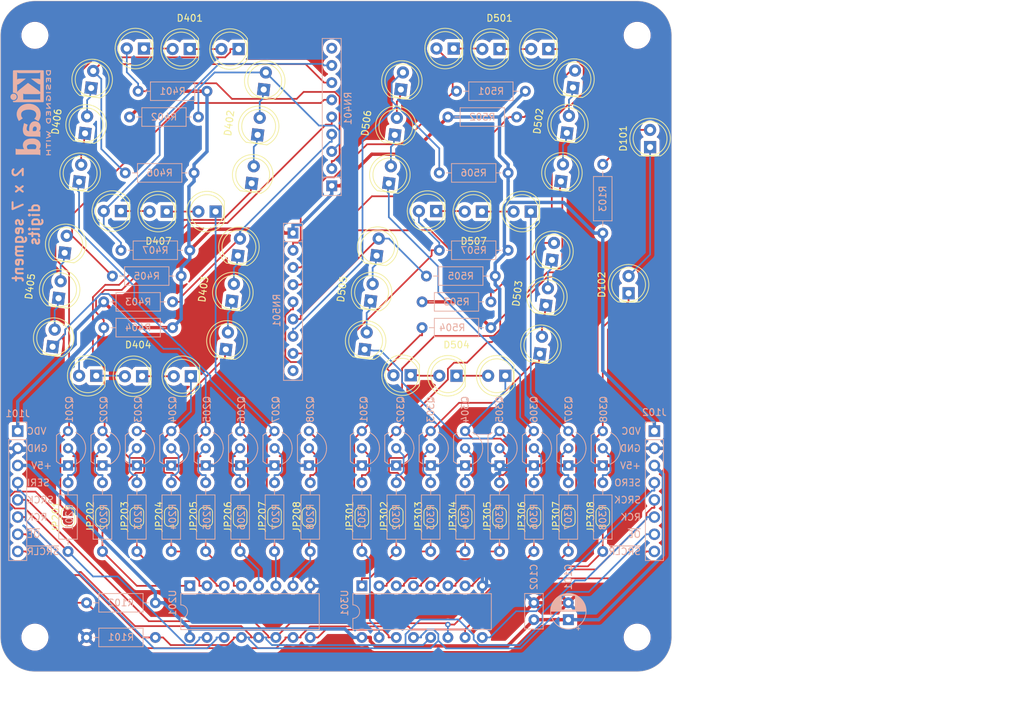
<source format=kicad_pcb>
(kicad_pcb (version 20221018) (generator pcbnew)
  (layers (0 "F.Cu" signal) (31 "B.Cu" signal) (34 "B.Paste" user) (35 "F.Paste" user) (36 "B.SilkS" user "B.Silkscreen") (37 "F.SilkS" user "F.Silkscreen") (38 "B.Mask" user) (39 "F.Mask" user) (44 "Edge.Cuts" user))
  (net 0 "")
  (net 1 "+5V")
  (net 2 "/Digit 1/A")
  (net 3 "unconnected-(D401-Pad3)")
  (net 4 "unconnected-(D401-Pad4)")
  (net 5 "/Digit 1/B")
  (net 6 "unconnected-(D402-Pad3)")
  (net 7 "unconnected-(D402-Pad4)")
  (net 8 "/Digit 1/C")
  (net 9 "unconnected-(D403-Pad3)")
  (net 10 "unconnected-(D403-Pad4)")
  (net 11 "/Digit 1/D")
  (net 12 "unconnected-(D404-Pad3)")
  (net 13 "GND")
  (net 14 "unconnected-(D404-Pad4)")
  (net 15 "/Digit 1/E")
  (net 16 "unconnected-(D405-Pad3)")
  (net 17 "unconnected-(D405-Pad4)")
  (net 18 "/Digit 1/F")
  (net 19 "unconnected-(D406-Pad3)")
  (net 20 "unconnected-(D406-Pad4)")
  (net 21 "/Digit 1/G")
  (net 22 "unconnected-(D407-Pad3)")
  (net 23 "unconnected-(D407-Pad4)")
  (net 24 "Net-(D101-K)")
  (net 25 "/Digit 2/A")
  (net 26 "unconnected-(D501-Pad3)")
  (net 27 "unconnected-(D501-Pad4)")
  (net 28 "/Digit 2/B")
  (net 29 "unconnected-(D502-Pad3)")
  (net 30 "unconnected-(D502-Pad4)")
  (net 31 "/Digit 2/C")
  (net 32 "unconnected-(D503-Pad3)")
  (net 33 "unconnected-(D503-Pad4)")
  (net 34 "/Digit 2/D")
  (net 35 "unconnected-(D504-Pad3)")
  (net 36 "unconnected-(D504-Pad4)")
  (net 37 "/Digit 2/E")
  (net 38 "unconnected-(D505-Pad3)")
  (net 39 "unconnected-(D505-Pad4)")
  (net 40 "/Digit 2/F")
  (net 41 "unconnected-(D506-Pad3)")
  (net 42 "unconnected-(D506-Pad4)")
  (net 43 "/Digit 2/G")
  (net 44 "unconnected-(D507-Pad3)")
  (net 45 "unconnected-(D507-Pad4)")
  (net 46 "/SR driver 1/P")
  (net 47 "/SR driver 2/P")
  (net 48 "Net-(JP201-A)")
  (net 49 "Net-(JP202-A)")
  (net 50 "Net-(JP203-A)")
  (net 51 "Net-(JP204-A)")
  (net 52 "Net-(JP205-A)")
  (net 53 "Net-(JP206-A)")
  (net 54 "Net-(JP207-A)")
  (net 55 "Net-(JP208-A)")
  (net 56 "Net-(JP301-A)")
  (net 57 "Net-(JP302-A)")
  (net 58 "Net-(JP303-A)")
  (net 59 "Net-(JP304-A)")
  (net 60 "Net-(JP305-A)")
  (net 61 "Net-(JP306-A)")
  (net 62 "Net-(JP307-A)")
  (net 63 "Net-(JP308-A)")
  (net 64 "Net-(Q201-B)")
  (net 65 "Net-(Q202-B)")
  (net 66 "Net-(Q203-B)")
  (net 67 "Net-(Q204-B)")
  (net 68 "Net-(Q205-B)")
  (net 69 "Net-(Q206-B)")
  (net 70 "Net-(Q207-B)")
  (net 71 "Net-(Q208-B)")
  (net 72 "Net-(Q301-B)")
  (net 73 "Net-(Q302-B)")
  (net 74 "Net-(Q303-B)")
  (net 75 "Net-(Q304-B)")
  (net 76 "Net-(Q305-B)")
  (net 77 "Net-(Q306-B)")
  (net 78 "Net-(Q307-B)")
  (net 79 "Net-(Q308-B)")
  (net 80 "/SR driver 1/QH")
  (net 81 "/SR driver 1/~{SRCLR}")
  (net 82 "/SR driver 1/SRCLK")
  (net 83 "/SR driver 1/RCLK")
  (net 84 "/SR driver 1/~{OE}")
  (net 85 "/SR driver 1/SER")
  (net 86 "/SR driver 2/QH")
  (net 87 "VDC")
  (net 88 "/Digit 2/AH")
  (net 89 "/Digit 1/AA")
  (net 90 "/Digit 1/AB")
  (net 91 "/Digit 1/AC")
  (net 92 "/Digit 1/AD")
  (net 93 "/Digit 1/AE")
  (net 94 "/Digit 1/AF")
  (net 95 "/Digit 1/AG")
  (net 96 "/Digit 2/AA")
  (net 97 "/Digit 2/AB")
  (net 98 "/Digit 2/AC")
  (net 99 "/Digit 2/AD")
  (net 100 "/Digit 2/AE")
  (net 101 "/Digit 2/AF")
  (net 102 "/Digit 2/AG")
  (net 103 "/Digit 1/AH")
  (net 104 "Net-(D101-A)")
  (footprint "MountingHole:MountingHole_3.5mm" (layer "F.Cu") (at 43.18 119.38 90)
    (fp_text reference "H1" hide)
    (fp_text value "MountingHole")
  )
  (footprint "MountingHole:MountingHole_3.5mm" (layer "F.Cu") (at 43.18 30.48 90)
    (fp_text reference "H2" hide)
    (fp_text value "MountingHole")
  )
  (footprint "MountingHole:MountingHole_3.5mm" (layer "F.Cu") (at 132.08 119.38 90)
    (fp_text reference "H3" hide)
    (fp_text value "MountingHole")
  )
  (footprint "MountingHole:MountingHole_3.5mm" (layer "F.Cu") (at 132.08 30.48 90)
    (fp_text reference "H4" hide)
    (fp_text value "MountingHole")
  )
  (footprint "Jumper:SolderJumper-2_P1.3mm_Open_RoundedPad1.0x1.5mm" (layer "F.Cu") (at 58.23 101.625 90)
    (fp_text reference "JP203")
    (fp_text value "bypass")
  )
  (footprint "Jumper:SolderJumper-2_P1.3mm_Open_RoundedPad1.0x1.5mm" (layer "F.Cu") (at 68.39 101.625 90)
    (fp_text reference "JP205")
    (fp_text value "bypass")
  )
  (footprint "Jumper:SolderJumper-2_P1.3mm_Open_RoundedPad1.0x1.5mm" (layer "F.Cu") (at 121.92 101.625 90)
    (fp_text reference "JP307")
    (fp_text value "bypass")
  )
  (footprint "Jumper:SolderJumper-2_P1.3mm_Open_RoundedPad1.0x1.5mm" (layer "F.Cu") (at 78.55 101.625 90)
    (fp_text reference "JP207")
    (fp_text value "bypass")
  )
  (footprint "Ken:LED_D5.0mmx3" (layer "F.Cu") (at 64.827 32.43 180)
    (fp_text reference "D401")
    (fp_text value "A")
  )
  (footprint "Ken:LED_D5.0mmx3" (layer "F.Cu") (at 46.8912 68.122 83)
    (fp_text reference "D405")
    (fp_text value "E")
  )
  (footprint "Jumper:SolderJumper-2_P1.3mm_Open_RoundedPad1.0x1.5mm" (layer "F.Cu") (at 101.6 101.65 90)
    (fp_text reference "JP303")
    (fp_text value "bypass")
  )
  (footprint "Ken:LED_D5.0mmx3" (layer "F.Cu") (at 110.547 32.43 180)
    (fp_text reference "D501")
    (fp_text value "A")
  )
  (footprint "Jumper:SolderJumper-2_P1.3mm_Open_RoundedPad1.0x1.5mm" (layer "F.Cu") (at 63.31 101.625 90)
    (fp_text reference "JP204")
    (fp_text value "bypass")
  )
  (footprint "LED_THT:LED_D5.0mm" (layer "F.Cu") (at 133.985 46.99 90)
    (fp_text reference "D101")
    (fp_text value "Colon")
  )
  (footprint "LED_THT:LED_D5.0mm" (layer "F.Cu") (at 130.81 68.58 90)
    (fp_text reference "D102")
    (fp_text value "Colon")
  )
  (footprint "Ken:LED_D5.0mmx3" (layer "F.Cu") (at 57.785 80.765 180)
    (fp_text reference "D404")
    (fp_text value "D")
  )
  (footprint "Jumper:SolderJumper-2_P1.3mm_Open_RoundedPad1.0x1.5mm" (layer "F.Cu") (at 127 101.625 90)
    (fp_text reference "JP308")
    (fp_text value "bypass")
  )
  (footprint "Ken:LED_D5.0mmx3" (layer "F.Cu") (at 72.465 68.533 83)
    (fp_text reference "D403")
    (fp_text value "C")
  )
  (footprint "Jumper:SolderJumper-2_P1.3mm_Open_RoundedPad1.0x1.5mm" (layer "F.Cu") (at 48.07 101.625 90)
    (fp_text reference "JP201")
    (fp_text value "bypass")
  )
  (footprint "Jumper:SolderJumper-2_P1.3mm_Open_RoundedPad1.0x1.5mm" (layer "F.Cu") (at 83.63 101.625 90)
    (fp_text reference "JP208")
    (fp_text value "bypass")
  )
  (footprint "Jumper:SolderJumper-2_P1.3mm_Open_RoundedPad1.0x1.5mm" (layer "F.Cu") (at 111.76 101.64 90)
    (fp_text reference "JP305")
    (fp_text value "bypass")
  )
  (footprint "Ken:LED_D5.0mmx3" (layer "F.Cu") (at 76.275 43.992 83)
    (fp_text reference "D402")
    (fp_text value "B")
  )
  (footprint "Ken:LED_D5.0mmx3" (layer "F.Cu") (at 121.92 43.7081 83)
    (fp_text reference "D502")
    (fp_text value "B")
  )
  (footprint "Ken:LED_D5.0mmx3" (layer "F.Cu") (at 96.52 43.992 83)
    (fp_text reference "D506")
    (fp_text value "F")
  )
  (footprint "Ken:LED_D5.0mmx3" (layer "F.Cu") (at 107.95 56.44 180)
    (fp_text reference "D507")
    (fp_text value "G")
  )
  (footprint "Ken:LED_D5.0mmx3" (layer "F.Cu") (at 50.8 43.768 83)
    (fp_text reference "D406")
    (fp_text value "F")
  )
  (footprint "Ken:LED_D5.0mmx3" (layer "F.Cu") (at 104.197 80.69 180)
    (fp_text reference "D504")
    (fp_text value "D")
  )
  (footprint "Jumper:SolderJumper-2_P1.3mm_Open_RoundedPad1.0x1.5mm" (layer "F.Cu") (at 91.44 101.625 90)
    (fp_text reference "JP301")
    (fp_text value "bypass")
  )
  (footprint "Jumper:SolderJumper-2_P1.3mm_Open_RoundedPad1.0x1.5mm" (layer "F.Cu") (at 106.68 101.625 90)
    (fp_text reference "JP304")
    (fp_text value "bypass")
  )
  (footprint "Jumper:SolderJumper-2_P1.3mm_Open_RoundedPad1.0x1.5mm" (layer "F.Cu") (at 96.52 101.625 90)
    (fp_text reference "JP302")
    (fp_text value "bypass")
  )
  (footprint "Ken:LED_D5.0mmx3" (layer "F.Cu") (at 118.82 69.168 83)
    (fp_text reference "D503")
    (fp_text value "C")
  )
  (footprint "Jumper:SolderJumper-2_P1.3mm_Open_RoundedPad1.0x1.5mm" (layer "F.Cu") (at 73.47 101.625 90)
    (fp_text reference "JP206")
    (fp_text value "bypass")
  )
  (footprint "Ken:LED_D5.0mmx3" (layer "F.Cu") (at 61.428 56.44 180)
    (fp_text reference "D407")
    (fp_text value "G")
  )
  (footprint "Ken:LED_D5.0mmx3" (layer "F.Cu") (at 92.9427 68.533 83)
    (fp_text reference "D505")
    (fp_text value "E")
  )
  (footprint "Jumper:SolderJumper-2_P1.3mm_Open_RoundedPad1.0x1.5mm" (layer "F.Cu") (at 53.15 101.625 90)
    (fp_text reference "JP202")
    (fp_text value "bypass")
  )
  (footprint "Jumper:SolderJumper-2_P1.3mm_Open_RoundedPad1.0x1.5mm" (layer "F.Cu") (at 116.84 101.625 90)
    (fp_text reference "JP306")
    (fp_text value "bypass")
  )
  (footprint "Resistor_THT:R_Axial_DIN0207_L6.3mm_D2.5mm_P10.16mm_Horizontal" (layer "B.Cu") (at 91.44 106.72 90)
    (fp_text reference "R301")
    (fp_text value "47k")
  )
  (footprint "Resistor_THT:R_Axial_DIN0207_L6.3mm_D2.5mm_P10.16mm_Horizontal" (layer "B.Cu") (at 110.49 73.66 180)
    (fp_text reference "R504")
    (fp_text value "1k")
  )
  (footprint "Package_TO_SOT_THT:TO-92L_Inline_Wide" (layer "B.Cu") (at 91.44 94.02 90)
    (fp_text reference "Q301")
    (fp_text value "A")
  )
  (footprint "Resistor_THT:R_Axial_DIN0207_L6.3mm_D2.5mm_P10.16mm_Horizontal" (layer "B.Cu") (at 111.76 106.72 90)
    (fp_text reference "R305")
    (fp_text value "47k")
  )
  (footprint "Package_TO_SOT_THT:TO-92L_Inline_Wide" (layer "B.Cu") (at 68.39 94.02 90)
    (fp_text reference "Q205")
    (fp_text value "E")
  )
  (footprint "Package_TO_SOT_THT:TO-92L_Inline_Wide" (layer "B.Cu") (at 127 94.02 90)
    (fp_text reference "Q308")
    (fp_text value "P")
  )
  (footprint "Resistor_THT:R_Axial_DIN0207_L6.3mm_D2.5mm_P10.16mm_Horizontal" (layer "B.Cu") (at 127 106.72 90)
    (fp_text reference "R308")
    (fp_text value "47k")
  )
  (footprint "Package_TO_SOT_THT:TO-92L_Inline_Wide" (layer "B.Cu") (at 83.63 94.02 90)
    (fp_text reference "Q208")
    (fp_text value "P")
  )
  (footprint "Resistor_THT:R_Axial_DIN0207_L6.3mm_D2.5mm_P10.16mm_Horizontal" (layer "B.Cu") (at 68.58 38.735 180)
    (fp_text reference "R401")
    (fp_text value "1k")
  )
  (footprint "Package_TO_SOT_THT:TO-92L_Inline_Wide" (layer "B.Cu") (at 111.76 94.02 90)
    (fp_text reference "Q305")
    (fp_text value "E")
  )
  (footprint "Package_TO_SOT_THT:TO-92L_Inline_Wide" (layer "B.Cu") (at 78.55 94.02 90)
    (fp_text reference "Q207")
    (fp_text value "G")
  )
  (footprint "Resistor_THT:R_Axial_DIN0207_L6.3mm_D2.5mm_P10.16mm_Horizontal" (layer "B.Cu") (at 100.33 69.85)
    (fp_text reference "R503")
    (fp_text value "1k")
  )
  (footprint "Resistor_THT:R_Axial_DIN0207_L6.3mm_D2.5mm_P10.16mm_Horizontal" (layer "B.Cu") (at 106.68 106.72 90)
    (fp_text reference "R304")
    (fp_text value "47k")
  )
  (footprint "Resistor_THT:R_Axial_DIN0207_L6.3mm_D2.5mm_P10.16mm_Horizontal" (layer "B.Cu") (at 68.39 106.72 90)
    (fp_text reference "R205")
    (fp_text value "47k")
  )
  (footprint "Resistor_THT:R_Axial_DIN0207_L6.3mm_D2.5mm_P10.16mm_Horizontal" (layer "B.Cu") (at 50.8 114.3)
    (fp_text reference "R102")
    (fp_text value "47k")
  )
  (footprint "Resistor_THT:R_Axial_DIN0207_L6.3mm_D2.5mm_P10.16mm_Horizontal" (layer "B.Cu") (at 57.15 42.545)
    (fp_text reference "R402")
    (fp_text value "1k")
  )
  (footprint "Resistor_THT:R_Axial_DIN0207_L6.3mm_D2.5mm_P10.16mm_Horizontal" (layer "B.Cu") (at 66.04 62.23 180)
    (fp_text reference "R407")
    (fp_text value "1k")
  )
  (footprint "Package_DIP:DIP-16_W7.62mm" (layer "B.Cu") (at 66.04 111.8 -90)
    (fp_text reference "U201")
    (fp_text value "74HC595")
  )
  (footprint "Capacitor_THT:C_Disc_D5.0mm_W2.5mm_P2.50mm" (layer "B.Cu") (at 116.84 116.8 90)
    (fp_text reference "C102")
    (fp_text value "100nF")
  )
  (footprint "Package_TO_SOT_THT:TO-92L_Inline_Wide" (layer "B.Cu") (at 116.84 94.02 90)
    (fp_text reference "Q306")
    (fp_text value "F")
  )
  (footprint "Package_TO_SOT_THT:TO-92L_Inline_Wide" (layer "B.Cu") (at 121.92 94.02 90)
    (fp_text reference "Q307")
    (fp_text value "G")
  )
  (footprint "Symbol:KiCad-Logo2_5mm_SilkScreen" (layer "B.Cu") (at 42.545 41.91 -90)
    (fp_text reference "REF**" hide)
    (fp_text value "KiCad-Logo2_5mm_SilkScreen" hide)
  )
  (footprint "Resistor_THT:R_Axial_DIN0207_L6.3mm_D2.5mm_P10.16mm_Horizontal" (layer "B.Cu") (at 53.15 106.72 90)
    (fp_text reference "R202")
    (fp_text value "47k")
  )
  (footprint "Package_TO_SOT_THT:TO-92L_Inline_Wide" (layer "B.Cu") (at 101.6 94.02 90)
    (fp_text reference "Q303")
    (fp_text value "C")
  )
  (footprint "Resistor_THT:R_Axial_DIN0207_L6.3mm_D2.5mm_P10.16mm_Horizontal" (layer "B.Cu") (at 104.14 42.545)
    (fp_text reference "R502")
    (fp_text value "1k")
  )
  (footprint "Package_TO_SOT_THT:TO-92L_Inline_Wide" (layer "B.Cu") (at 96.52 94.02 90)
    (fp_text reference "Q302")
    (fp_text value "B")
  )
  (footprint "Resistor_THT:R_Axial_DIN0207_L6.3mm_D2.5mm_P10.16mm_Horizontal" (layer "B.Cu") (at 101.6 106.72 90)
    (fp_text reference "R303")
    (fp_text value "47k")
  )
  (footprint "Resistor_THT:R_Axial_DIN0207_L6.3mm_D2.5mm_P10.16mm_Horizontal" (layer "B.Cu") (at 121.92 106.72 90)
    (fp_text reference "R307")
    (fp_text value "47k")
  )
  (footprint "Resistor_THT:R_Axial_DIN0207_L6.3mm_D2.5mm_P10.16mm_Horizontal" (layer "B.Cu") (at 54.61 66.04)
    (fp_text reference "R405")
    (fp_text value "1k")
  )
  (footprint "Resistor_THT:R_Axial_DIN0207_L6.3mm_D2.5mm_P10.16mm_Horizontal" (layer "B.Cu") (at 127 49.53 -90)
    (fp_text reference "R103")
    (fp_text value "2k2")
  )
  (footprint "Package_TO_SOT_THT:TO-92L_Inline_Wide" (layer "B.Cu") (at 53.15 94.02 90)
    (fp_text reference "Q202")
    (fp_text value "B")
  )
  (footprint "Resistor_THT:R_Axial_DIN0207_L6.3mm_D2.5mm_P10.16mm_Horizontal" (layer "B.Cu") (at 50.8 119.42)
    (fp_text reference "R101")
    (fp_text value "47k")
  )
  (footprint "Package_TO_SOT_THT:TO-92L_Inline_Wide" (layer "B.Cu") (at 48.07 94.02 90)
    (fp_text reference "Q201")
    (fp_text value "A")
  )
  (footprint "Resistor_THT:R_Axial_DIN0207_L6.3mm_D2.5mm_P10.16mm_Horizontal" (layer "B.Cu") (at 113.03 62.23 180)
    (fp_text reference "R507")
    (fp_text value "1k")
  )
  (footprint "Capacitor_THT:CP_Radial_D5.0mm_P2.50mm" (layer "B.Cu") (at 121.92 116.8 90)
    (fp_text reference "C101")
    (fp_text value "10uF")
  )
  (footprint "Resistor_THT:R_Array_SIP9" (layer "B.Cu") (at 81.28 59.69 -90)
    (fp_text reference "RN501")
    (fp_text value "1kx8")
  )
  (footprint "Resistor_THT:R_Axial_DIN0207_L6.3mm_D2.5mm_P10.16mm_Horizontal" (layer "B.Cu") (at 116.84 106.72 90)
    (fp_text reference "R306")
    (fp_text value "47k")
  )
  (footprint "Resistor_THT:R_Axial_DIN0207_L6.3mm_D2.5mm_P10.16mm_Horizontal" (layer "B.Cu") (at 58.23 106.72 90)
    (fp_text reference "R203")
    (fp_text value "47k")
  )
  (footprint "Connector_PinSocket_2.54mm:PinSocket_1x08_P2.54mm_Vertical" (layer "B.Cu") (at 134.62 88.94 180)
    (fp_text reference "J102")
    (fp_text value "CHAIN")
  )
  (footprint "Package_TO_SOT_THT:TO-92L_Inline_Wide" (layer "B.Cu") (at 73.47 94.02 90)
    (fp_text reference "Q206")
    (fp_text value "F")
  )
  (footprint "Resistor_THT:R_Axial_DIN0207_L6.3mm_D2.5mm_P10.16mm_Horizontal" (layer "B.Cu") (at 48.07 106.72 90)
    (fp_text reference "R201")
    (fp_text value "47k")
  )
  (footprint "Resistor_THT:R_Axial_DIN0207_L6.3mm_D2.5mm_P10.16mm_Horizontal" (layer "B.Cu") (at 53.34 69.85)
    (fp_text reference "R403")
    (fp_text value "1k")
  )
  (footprint "Package_DIP:DIP-16_W7.62mm" (layer "B.Cu") (at 91.44 111.8 -90)
    (fp_text reference "U301")
    (fp_text value "74HC595")
  )
  (footprint "Resistor_THT:R_Axial_DIN0207_L6.3mm_D2.5mm_P10.16mm_Horizontal" (layer "B.Cu") (at 115.57 38.735 180)
    (fp_text reference "R501")
    (fp_text value "1k")
  )
  (footprint "Resistor_THT:R_Axial_DIN0207_L6.3mm_D2.5mm_P10.16mm_Horizontal" (layer "B.Cu") (at 63.5 73.66 180)
    (fp_text reference "R404")
    (fp_text value "1k")
  )
  (footprint "Package_TO_SOT_THT:TO-92L_Inline_Wide" (layer "B.Cu") (at 58.23 94.02 90)
    (fp_text reference "Q203")
    (fp_text value "C")
  )
  (footprint "Resistor_THT:R_Axial_DIN0207_L6.3mm_D2.5mm_P10.16mm_Horizontal" (layer "B.Cu") (at 83.82 106.72 90)
    (fp_text reference "R208")
    (fp_text value "47k")
  )
  (footprint "Package_TO_SOT_THT:TO-92L_Inline_Wide" (layer "B.Cu") (at 63.31 94.03 90)
    (fp_text reference "Q204")
    (fp_text value "D")
  )
  (footprint "Resistor_THT:R_Axial_DIN0207_L6.3mm_D2.5mm_P10.16mm_Horizontal" (layer "B.Cu") (at 56.515 50.8)
    (fp_text reference "R406")
    (fp_text value "1k")
  )
  (footprint "Resistor_THT:R_Axial_DIN0207_L6.3mm_D2.5mm_P10.16mm_Horizontal" (layer "B.Cu") (at 63.31 106.72 90)
    (fp_text reference "R204")
    (fp_text value "47k")
  )
  (footprint "Resistor_THT:R_Axial_DIN0207_L6.3mm_D2.5mm_P10.16mm_Horizontal" (layer "B.Cu") (at 96.52 106.72 90)
    (fp_text reference "R302")
    (fp_text value "47k")
  )
  (footprint "Connector_PinHeader_2.54mm:PinHeader_1x08_P2.54mm_Vertical" (layer "B.Cu") (at 40.64 88.94 180)
    (fp_text reference "J101")
    (fp_text value "IN")
  )
  (footprint "Resistor_THT:R_Axial_DIN0207_L6.3mm_D2.5mm_P10.16mm_Horizontal" (layer "B.Cu") (at 78.55 106.72 90)
    (fp_text reference "R207")
    (fp_text value "47k")
  )
  (footprint "Resistor_THT:R_Axial_DIN0207_L6.3mm_D2.5mm_P10.16mm_Horizontal" (layer "B.Cu") (at 102.87 50.8)
    (fp_text reference "R506")
    (fp_text value "1k")
  )
  (footprint "Resistor_THT:R_Axial_DIN0207_L6.3mm_D2.5mm_P10.16mm_Horizontal" (layer "B.Cu") (at 100.965 66.04)
    (fp_text reference "R505")
    (fp_text value "1k")
  )
  (footprint "Package_TO_SOT_THT:TO-92L_Inline_Wide" (layer "B.Cu") (at 106.68 94.02 90)
    (fp_text reference "Q304")
    (fp_text value "D")
  )
  (footprint "Resistor_THT:R_Axial_DIN0207_L6.3mm_D2.5mm_P10.16mm_Horizontal" (layer "B.Cu") (at 73.47 106.72 90)
    (fp_text reference "R206")
    (fp_text value "47k")
  )
  (footprint "Resistor_THT:R_Array_SIP9" (layer "B.Cu") (at 86.995 52.705 90)
    (fp_text reference "RN401")
    (fp_text value "1kx8")
  )
  (gr_line (start 43.18 124.46) (end 132.08 124.46) (stroke (width 0.05)) (layer "Edge.Cuts"))
  (gr_line (start 137.16 119.38) (end 137.16 30.48) (stroke (width 0.05)) (layer "Edge.Cuts"))
  (gr_line (start 132.08 25.4) (end 43.18 25.4) (stroke (width 0.05)) (layer "Edge.Cuts"))
  (gr_line (start 38.1 30.48) (end 38.1 119.38) (stroke (width 0.05)) (layer "Edge.Cuts"))
  (gr_arc (start 132.08 25.4) (mid 135.672102 26.887898) (end 137.16 30.48) (stroke (width 0.05)) (layer "Edge.Cuts"))
  (gr_arc (start 38.1 30.48) (mid 39.587898 26.887898) (end 43.18 25.4) (stroke (width 0.05)) (layer "Edge.Cuts"))
  (gr_arc (start 137.16 119.38) (mid 135.672102 122.972102) (end 132.08 124.46) (stroke (width 0.05)) (layer "Edge.Cuts"))
  (gr_arc (start 43.18 124.46) (mid 39.587898 122.972102) (end 38.1 119.38) (stroke (width 0.05)) (layer "Edge.Cuts"))
  (gr_text "~{SRCLR}" (at 41.91 107.315) (layer "B.SilkS") (effects (font (size 1 1)) (justify right bottom mirror)))
  (gr_text "~{OE}" (at 41.91 104.775) (layer "B.SilkS") (effects (font (size 1 1)) (justify right bottom mirror)))
  (gr_text "+5V" (at 132.715 94.615) (layer "B.SilkS") (effects (font (size 1 1)) (justify left bottom mirror)))
  (gr_text "GND" (at 41.91 92.075) (layer "B.SilkS") (effects (font (size 1 1)) (justify right bottom mirror)))
  (gr_text "~{OE}" (at 132.715 104.775) (layer "B.SilkS") (effects (font (size 1 1)) (justify left bottom mirror)))
  (gr_text "SERO" (at 132.715 97.155) (layer "B.SilkS") (effects (font (size 1 1)) (justify left bottom mirror)))
  (gr_text "VDC" (at 132.715 89.535) (layer "B.SilkS") (effects (font (size 1 1)) (justify left bottom mirror)))
  (gr_text "2 x 7 segment\ndigits" (at 41.91 58.42 90) (layer "B.SilkS") (effects (font (size 1.5 1.5) (thickness 0.3)) (justify mirror)))
  (gr_text "GND" (at 132.715 92.075) (layer "B.SilkS") (effects (font (size 1 1)) (justify left bottom mirror)))
  (gr_text "SRCK" (at 41.91 99.695) (layer "B.SilkS") (effects (font (size 1 1)) (justify right bottom mirror)))
  (gr_text "+5V" (at 42.545 94.615) (layer "B.SilkS") (effects (font (size 1 1)) (justify right bottom mirror)))
  (gr_text "RCK" (at 132.715 102.235) (layer "B.SilkS") (effects (font (size 1 1)) (justify left bottom mirror)))
  (gr_text "~{SRCLR}" (at 132.715 107.315) (layer "B.SilkS") (effects (font (size 1 1)) (justify left bottom mirror)))
  (gr_text "VDC" (at 41.91 89.535) (layer "B.SilkS") (effects (font (size 1 1)) (justify right bottom mirror)))
  (gr_text "SRCK" (at 132.715 99.695) (layer "B.SilkS") (effects (font (size 1 1)) (justify left bottom mirror)))
  (gr_text "RCK" (at 41.91 102.235) (layer "B.SilkS") (effects (font (size 1 1)) (justify right bottom mirror)))
  (gr_text "SERI" (at 41.91 97.155) (layer "B.SilkS") (effects (font (size 1 1)) (justify right bottom mirror)))
  (segment (start 92.6919 119.9677) (end 93.3974 120.6732) (width 0.5) (layer "F.Cu") (net 1))
  (segment (start 93.3974 120.6732) (end 112.9668 120.6732) (width 0.5) (layer "F.Cu") (net 1))
  (segment (start 92.6919 119.42) (end 92.6919 119.9677) (width 0.5) (layer "F.Cu") (net 1))
  (segment (start 91.44 119.42) (end 92.6919 119.42) (width 0.5) (layer "F.Cu") (net 1))
  (segment (start 116.84 116.8) (end 120.6681 116.8) (width 0.5) (layer "F.Cu") (net 1))
  (segment (start 121.92 116.8) (end 120.6681 116.8) (width 0.5) (layer "F.Cu") (net 1))
  (segment (start 112.9668 120.6732) (end 116.84 116.8) (width 0.5) (layer "F.Cu") (net 1))
  (segment (start 134.62 94.02) (end 135.9562 95.3562) (width 0.5) (layer "B.Cu") (net 1))
  (segment (start 126.3912 116.8) (end 121.92 116.8) (width 0.5) (layer "B.Cu") (net 1))
  (segment (start 40.64 94.02) (end 42.2634 94.02) (width 0.5) (layer "B.Cu") (net 1))
  (segment (start 66.04 119.42) (end 66.04 118.1681) (width 0.5) (layer "B.Cu") (net 1))
  (segment (start 60.96 112.7166) (end 60.96 114.3) (width 0.5) (layer "B.Cu") (net 1))
  (segment (start 135.9562 107.235) (end 126.3912 116.8) (width 0.5) (layer "B.Cu") (net 1))
  (segment (start 62.2119 114.34) (end 66.04 118.1681) (width 0.5) (layer "B.Cu") (net 1))
  (segment (start 60.96 114.3) (end 62.2119 114.3) (width 0.5) (layer "B.Cu") (net 1))
  (segment (start 88.9362 118.1681) (end 66.04 118.1681) (width 0.5) (layer "B.Cu") (net 1))
  (segment (start 91.44 119.42) (end 90.1881 119.42) (width 0.5) (layer "B.Cu") (net 1))
  (segment (start 90.1881 119.42) (end 88.9362 118.1681) (width 0.5) (layer "B.Cu") (net 1))
  (segment (start 62.2119 114.3) (end 62.2119 114.34) (width 0.5) (layer "B.Cu") (net 1))
  (segment (start 135.9562 95.3562) (end 135.9562 107.235) (width 0.5) (layer "B.Cu") (net 1))
  (segment (start 42.2634 94.02) (end 60.96 112.7166) (width 0.5) (layer "B.Cu") (net 1))
  (segment (start 71.2554 33.7319) (end 52.0506 33.7319) (width 0.25) (layer "F.Cu") (net 2))
  (segment (start 48.22 65.5419) (end 48.22 88.79) (width 0.25) (layer "F.Cu") (net 2))
  (segment (start 48.22 88.79) (end 48.07 88.94) (width 0.25) (layer "F.Cu") (net 2))
  (segment (start 46.9392 99.8442) (end 46.9392 90.0708) (width 0.25) (layer "F.Cu") (net 2))
  (segment (start 46.2051 39.5774) (end 46.2051 63.527) (width 0.25) (layer "F.Cu") (net 2))
  (segment (start 72.0221 32.9652) (end 71.2554 33.7319) (width 0.25) (layer "F.Cu") (net 2))
  (segment (start 72.0221 32.505) (end 72.0221 32.9652) (width 0.25) (layer "F.Cu") (net 2))
  (segment (start 46.2051 63.527) (end 48.22 65.5419) (width 0.25) (layer "F.Cu") (net 2))
  (segment (start 46.9392 90.0708) (end 48.07 88.94) (width 0.25) (layer "F.Cu") (net 2))
  (segment (start 48.07 100.975) (end 46.9392 99.8442) (width 0.25) (layer "F.Cu") (net 2))
  (segment (start 73.249 32.505) (end 72.0221 32.505) (width 0.25) (layer "F.Cu") (net 2))
  (segment (start 52.0506 33.7319) (end 46.2051 39.5774) (width 0.25) (layer "F.Cu") (net 2))
  (segment (start 66.04 32.505) (end 70.709 32.505) (width 0.25) (layer "F.Cu") (net 3))
  (segment (start 63.425 32.43) (end 63.5 32.505) (width 0.25) (layer "F.Cu") (net 4))
  (segment (start 59.279 32.43) (end 63.425 32.43) (width 0.25) (layer "F.Cu") (net 4))
  (segment (start 55.6128 67.3354) (end 53.556 67.3354) (width 0.25) (layer "F.Cu") (net 5))
  (segment (start 75.1742 52.3421) (end 75.0063 53.7095) (width 0.25) (layer "F.Cu") (net 5))
  (segment (start 75.0063 53.7095) (end 74.9287 53.7095) (width 0.25) (layer "F.Cu") (net 5))
  (segment (start 51.7413 77.8561) (end 53.4661 79.5809) (width 0.25) (layer "F.Cu") (net 5))
  (segment (start 58.0698 95.1057) (end 59.134 95.1057) (width 0.25) (layer "F.Cu") (net 5))
  (segment (start 59.3069 94.9328) (end 59.3069 93.1205) (width 0.25) (layer "F.Cu") (net 5))
  (segment (start 53.4661 79.5809) (end 53.4661 88.6239) (width 0.25) (layer "F.Cu") (net 5))
  (segment (start 74.9287 53.7095) (end 70.8963 57.7419) (width 0.25) (layer "F.Cu") (net 5))
  (segment (start 59.3069 93.1205) (end 59.0958 92.9094) (width 0.25) (layer "F.Cu") (net 5))
  (segment (start 59.134 95.1057) (end 59.3069 94.9328) (width 0.25) (layer "F.Cu") (net 5))
  (segment (start 53.4661 88.6239) (end 53.15 88.94) (width 0.25) (layer "F.Cu") (net 5))
  (segment (start 53.556 67.3354) (end 51.7413 69.1501) (width 0.25) (layer "F.Cu") (net 5))
  (segment (start 57.1194 92.9094) (end 53.15 88.94) (width 0.25) (layer "F.Cu") (net 5))
  (segment (start 53.15 100.975) (end 53.15 100.0255) (width 0.25) (layer "F.Cu") (net 5))
  (segment (start 65.2063 57.7419) (end 55.6128 67.3354) (width 0.25) (layer "F.Cu") (net 5))
  (segment (start 53.15 100.0255) (end 58.0698 95.1057) (width 0.25) (layer "F.Cu") (net 5))
  (segment (start 51.7413 69.1501) (end 51.7413 77.8561) (width 0.25) (layer "F.Cu") (net 5))
  (segment (start 70.8963 57.7419) (end 65.2063 57.7419) (width 0.25) (layer "F.Cu") (net 5))
  (segment (start 59.0958 92.9094) (end 57.1194 92.9094) (width 0.25) (layer "F.Cu") (net 5))
  (segment (start 75.4837 46.9552) (end 75.4837 49.821) (width 0.25) (layer "B.Cu") (net 6))
  (segment (start 75.8847 46.5542) (end 75.4837 46.9552) (width 0.25) (layer "B.Cu") (net 6))
  (segment (start 75.8848 46.5542) (end 75.8847 46.5542) (width 0.25) (layer "B.Cu") (net 6))
  (segment (start 76.0527 45.1868) (end 75.8848 46.5542) (width 0.25) (layer "B.Cu") (net 6))
  (segment (start 76.3623 40.2735) (end 76.3623 42.6658) (width 0.25) (layer "B.Cu") (net 7))
  (segment (start 76.7832 39.8527) (end 76.7831 39.8527) (width 0.25) (layer "B.Cu") (net 7))
  (segment (start 76.7831 39.8527) (end 76.3623 40.2735) (width 0.25) (layer "B.Cu") (net 7))
  (segment (start 76.9511 38.4854) (end 76.7832 39.8527) (width 0.25) (layer "B.Cu") (net 7))
  (segment (start 59.7621 99.4429) (end 58.23 100.975) (width 0.25) (layer "F.Cu") (net 8))
  (segment (start 59.7621 88.94) (end 59.7621 99.4429) (width 0.25) (layer "F.Cu") (net 8))
  (segment (start 60.4299 88.94) (end 59.7621 88.94) (width 0.25) (layer "F.Cu") (net 8))
  (segment (start 59.7621 88.94) (end 58.23 88.94) (width 0.25) (layer "F.Cu") (net 8))
  (segment (start 71.1963 78.2505) (end 71.1194 78.2505) (width 0.25) (layer "F.Cu") (net 8))
  (segment (start 71.3642 76.8831) (end 71.1963 78.2505) (width 0.25) (layer "F.Cu") (net 8))
  (segment (start 71.1194 78.2505) (end 60.4299 88.94) (width 0.25) (layer "F.Cu") (net 8))
  (segment (start 72.2427 69.7278) (end 72.0748 71.0952) (width 0.25) (layer "B.Cu") (net 9))
  (segment (start 72.0747 71.0952) (end 71.6737 71.4962) (width 0.25) (layer "B.Cu") (net 9))
  (segment (start 72.0748 71.0952) (end 72.0747 71.0952) (width 0.25) (layer "B.Cu") (net 9))
  (segment (start 71.6737 71.4962) (end 71.6737 74.362) (width 0.25) (layer "B.Cu") (net 9))
  (segment (start 73.1411 63.0264) (end 72.9732 64.3937) (width 0.25) (layer "B.Cu") (net 10))
  (segment (start 72.5523 64.8145) (end 72.5523 67.2068) (width 0.25) (layer "B.Cu") (net 10))
  (segment (start 72.9731 64.3937) (end 72.5523 64.8145) (width 0.25) (layer "B.Cu") (net 10))
  (segment (start 72.9732 64.3937) (end 72.9731 64.3937) (width 0.25) (layer "B.Cu") (net 10))
  (segment (start 61.7326 99.3976) (end 63.31 100.975) (width 0.25) (layer "F.Cu") (net 11))
  (segment (start 61.7326 90.5274) (end 61.7326 99.3976) (width 0.25) (layer "F.Cu") (net 11))
  (segment (start 63.31 88.95) (end 61.7326 90.5274) (width 0.25) (layer "F.Cu") (net 11))
  (segment (start 63.31 88.95) (end 66.207 86.053) (width 0.25) (layer "B.Cu") (net 11))
  (segment (start 66.207 86.053) (end 66.207 80.84) (width 0.25) (layer "B.Cu") (net 11))
  (segment (start 58.998 80.84) (end 63.667 80.84) (width 0.25) (layer "F.Cu") (net 12))
  (segment (start 130.7419 91.48) (end 128.2019 94.02) (width 0.5) (layer "F.Cu") (net 13))
  (segment (start 78.55 94.02) (end 83.63 94.02) (width 0.5) (layer "F.Cu") (net 13))
  (segment (start 106.68 94.02) (end 111.76 94.02) (width 0.5) (layer "F.Cu") (net 13))
  (segment (start 127 94.02) (end 128.2019 94.02) (width 0.5) (layer "F.Cu") (net 13))
  (segment (start 68.39 94.02) (end 67.1881 94.02) (width 0.5) (layer "F.Cu") (net 13))
  (segment (start 134.62 91.48) (end 130.7419 91.48) (width 0.5) (layer "F.Cu") (net 13))
  (segment (start 121.92 94.02) (end 116.84 94.02) (width 0.5) (layer "F.Cu") (net 13))
  (segment (start 67.1781 94.03) (end 67.1881 94.02) (width 0.5) (layer "F.Cu") (net 13))
  (segment (start 73.47 94.02) (end 68.39 94.02) (width 0.5) (layer "F.Cu") (net 13))
  (segment (start 101.6 94.02) (end 106.68 94.02) (width 0.5) (layer "F.Cu") (net 13))
  (segment (start 58.23 94.02) (end 53.15 94.02) (width 0.5) (layer "F.Cu") (net 13))
  (segment (start 121.92 114.3) (end 116.84 114.3) (width 0.5) (layer "F.Cu") (net 13))
  (segment (start 96.52 94.02) (end 101.6 94.02) (width 0.5) (layer "F.Cu") (net 13))
  (segment (start 48.07 94.02) (end 53.15 94.02) (width 0.5) (layer "F.Cu") (net 13))
  (segment (start 63.31 94.03) (end 67.1781 94.03) (width 0.5) (layer "F.Cu") (net 13))
  (segment (start 116.84 114.3) (end 115.6299 113.0899) (width 0.5) (layer "B.Cu") (net 13))
  (segment (start 109.22 111.8) (end 109.846 111.8) (width 0.5) (layer "B.Cu") (net 13))
  (segment (start 96.52 94.02) (end 91.44 94.02) (width 0.5) (layer "B.Cu") (net 13))
  (segment (start 116.84 94.02) (end 115.6381 94.02) (width 0.5) (layer "B.Cu") (net 13))
  (segment (start 39.3038 93.1153) (end 40.64 91.7791) (width 0.5) (layer "B.Cu") (net 13))
  (segment (start 115.6299 113.0898) (end 111.7617 113.0898) (width 0.5) (layer "B.Cu") (net 13))
  (segment (start 83.63 94.02) (end 85.1297 94.02) (width 0.5) (layer "B.Cu") (net 13))
  (segment (start 85.1297 94.02) (end 91.44 94.02) (width 0.5) (layer "B.Cu") (net 13))
  (segment (start 40.64 91.7791) (end 44.6272 91.7791) (width 0.5) (layer "B.Cu") (net 13))
  (segment (start 73.47 94.02) (end 78.55 94.02) (width 0.5) (layer "B.Cu") (net 13))
  (segment (start 115.6299 113.0899) (end 115.6299 113.0898) (width 0.5) (layer "B.Cu") (net 13))
  (segment (start 115.0441 94.614) (end 115.6381 94.02) (width 0.5) (layer "B.Cu") (net 13))
  (segment (start 109.846 111.8) (end 109.846 96.6852) (width 0.5) (layer "B.Cu") (net 13))
  (segment (start 111.3093 95.2219) (end 111.76 95.2219) (width 0.5) (layer "B.Cu") (net 13))
  (segment (start 44.6272 91.7791) (end 46.8681 94.02) (width 0.5) (layer "B.Cu") (net 13))
  (segment (start 48.07 94.02) (end 46.8681 94.02) (width 0.5) (layer "B.Cu") (net 13))
  (segment (start 109.846 96.6852) (end 111.3093 95.2219) (width 0.5) (layer "B.Cu") (net 13))
  (segment (start 40.64 91.48) (end 40.64 91.7791) (width 0.5) (layer "B.Cu") (net 13))
  (segment (start 58.23 94.02) (end 62.0981 94.02) (width 0.5) (layer "B.Cu") (net 13))
  (segment (start 111.76 94.02) (end 111.76 94.614) (width 0.5) (layer "B.Cu") (net 13))
  (segment (start 127 94.02) (end 121.92 94.02) (width 0.5) (layer "B.Cu") (net 13))
  (segment (start 111.76 94.614) (end 115.0441 94.614) (width 0.5) (layer "B.Cu") (net 13))
  (segment (start 85.1297 109.2384) (end 83.82 110.5481) (width 0.5) (layer "B.Cu") (net 13))
  (segment (start 62.0981 94.02) (end 62.1081 94.03) (width 0.5) (layer "B.Cu") (net 13))
  (segment (start 109.846 111.8) (end 110.4719 111.8) (width 0.5) (layer "B.Cu") (net 13))
  (segment (start 85.1297 94.02) (end 85.1297 109.2384) (width 0.5) (layer "B.Cu") (net 13))
  (segment (start 111.7617 113.0898) (end 110.4719 111.8) (width 0.5) (layer "B.Cu") (net 13))
  (segment (start 39.3038 107.9238) (end 39.3038 93.1153) (width 0.5) (layer "B.Cu") (net 13))
  (segment (start 111.76 94.614) (end 111.76 95.2219) (width 0.5) (layer "B.Cu") (net 13))
  (segment (start 50.8 119.42) (end 39.3038 107.9238) (width 0.5) (layer "B.Cu") (net 13))
  (segment (start 83.82 111.8) (end 83.82 110.5481) (width 0.5) (layer "B.Cu") (net 13))
  (segment (start 63.31 94.03) (end 62.1081 94.03) (width 0.5) (layer "B.Cu") (net 13))
  (segment (start 52.237 80.765) (end 56.383 80.765) (width 0.25) (layer "B.Cu") (net 14))
  (segment (start 56.383 80.765) (end 56.458 80.84) (width 0.25) (layer "B.Cu") (net 14))
  (segment (start 62.2331 94.9554) (end 62.2331 93.0577) (width 0.25) (layer "F.Cu") (net 15))
  (segment (start 62.3884 95.1107) (end 62.2331 94.9554) (width 0.25) (layer "F.Cu") (net 15))
  (segment (start 62.2331 93.0577) (end 62.3715 92.9193) (width 0.25) (layer "F.Cu") (net 15))
  (segment (start 68.39 100.0359) (end 63.4648 95.1107) (width 0.25) (layer "F.Cu") (net 15))
  (segment (start 63.4648 95.1107) (end 62.3884 95.1107) (width 0.25) (layer "F.Cu") (net 15))
  (segment (start 64.4107 92.9193) (end 68.39 88.94) (width 0.25) (layer "F.Cu") (net 15))
  (segment (start 68.39 100.975) (end 68.39 100.0359) (width 0.25) (layer "F.Cu") (net 15))
  (segment (start 62.3715 92.9193) (end 64.4107 92.9193) (width 0.25) (layer "F.Cu") (net 15))
  (segment (start 52.9068 68.6831) (end 47.6421 73.9478) (width 0.25) (layer "B.Cu") (net 15))
  (segment (start 47.6421 74.6204) (end 45.7904 76.4721) (width 0.25) (layer "B.Cu") (net 15))
  (segment (start 47.6421 73.9478) (end 47.6421 74.6204) (width 0.25) (layer "B.Cu") (net 15))
  (segment (start 62.1528 76.7821) (end 54.0538 68.6831) (width 0.25) (layer "B.Cu") (net 15))
  (segment (start 68.39 80.7299) (end 64.4422 76.7821) (width 0.25) (layer "B.Cu") (net 15))
  (segment (start 54.0538 68.6831) (end 52.9068 68.6831) (width 0.25) (layer "B.Cu") (net 15))
  (segment (start 68.39 88.94) (end 68.39 80.7299) (width 0.25) (layer "B.Cu") (net 15))
  (segment (start 64.4422 76.7821) (end 62.1528 76.7821) (width 0.25) (layer "B.Cu") (net 15))
  (segment (start 46.6689 69.3168) (end 46.501 70.6842) (width 0.25) (layer "B.Cu") (net 16))
  (segment (start 46.5009 70.6842) (end 46.0999 71.0852) (width 0.25) (layer "B.Cu") (net 16))
  (segment (start 46.501 70.6842) (end 46.5009 70.6842) (width 0.25) (layer "B.Cu") (net 16))
  (segment (start 46.0999 71.0852) (end 46.0999 73.951) (width 0.25) (layer "B.Cu") (net 16))
  (segment (start 46.9785 64.4035) (end 46.9785 66.7958) (width 0.25) (layer "B.Cu") (net 17))
  (segment (start 47.3993 63.9827) (end 46.9785 64.4035) (width 0.25) (layer "B.Cu") (net 17))
  (segment (start 47.3994 63.9827) (end 47.3993 63.9827) (width 0.25) (layer "B.Cu") (net 17))
  (segment (start 47.5673 62.6154) (end 47.3994 63.9827) (width 0.25) (layer "B.Cu") (net 17))
  (segment (start 74.621 99.824) (end 73.47 100.975) (width 0.25) (layer "F.Cu") (net 18))
  (segment (start 74.621 90.091) (end 74.621 99.824) (width 0.25) (layer "F.Cu") (net 18))
  (segment (start 73.47 88.94) (end 74.621 90.091) (width 0.25) (layer "F.Cu") (net 18))
  (segment (start 73.47 85.7526) (end 69.0769 81.3595) (width 0.25) (layer "B.Cu") (net 18))
  (segment (start 49.6992 59.3899) (end 49.6992 53.6534) (width 0.25) (layer "B.Cu") (net 18))
  (segment (start 57.8469 67.5376) (end 49.6992 59.3899) (width 0.25) (layer "B.Cu") (net 18))
  (segment (start 64.4391 76.2187) (end 57.8469 69.6265) (width 0.25) (layer "B.Cu") (net 18))
  (segment (start 49.6992 52.1181) (end 49.5313 53.4855) (width 0.25) (layer "B.Cu") (net 18))
  (segment (start 64.5219 76.2187) (end 64.4391 76.2187) (width 0.25) (layer "B.Cu") (net 18))
  (segment (start 49.6992 53.6534) (end 49.5313 53.4855) (width 0.25) (layer "B.Cu") (net 18))
  (segment (start 69.0769 81.3595) (end 69.0769 80.7737) (width 0.25) (layer "B.Cu") (net 18))
  (segment (start 73.47 88.94) (end 73.47 85.7526) (width 0.25) (layer "B.Cu") (net 18))
  (segment (start 57.8469 69.6265) (end 57.8469 67.5376) (width 0.25) (layer "B.Cu") (net 18))
  (segment (start 69.0769 80.7737) (end 64.5219 76.2187) (width 0.25) (layer "B.Cu") (net 18))
  (segment (start 50.5777 44.9628) (end 50.4098 46.3302) (width 0.25) (layer "F.Cu") (net 19))
  (segment (start 50.4098 46.3302) (end 50.4097 46.3302) (width 0.25) (layer "F.Cu") (net 19))
  (segment (start 50.4097 46.3302) (end 50.0087 46.7312) (width 0.25) (layer "F.Cu") (net 19))
  (segment (start 50.0087 46.7312) (end 50.0087 49.597) (width 0.25) (layer "F.Cu") (net 19))
  (segment (start 51.4761 38.2614) (end 51.3082 39.6287) (width 0.25) (layer "B.Cu") (net 20))
  (segment (start 51.3082 39.6287) (end 51.3081 39.6287) (width 0.25) (layer "B.Cu") (net 20))
  (segment (start 51.3081 39.6287) (end 50.8873 40.0495) (width 0.25) (layer "B.Cu") (net 20))
  (segment (start 50.8873 40.0495) (end 50.8873 42.4418) (width 0.25) (layer "B.Cu") (net 20))
  (segment (start 78.55 88.94) (end 77.4145 90.0755) (width 0.25) (layer "F.Cu") (net 21))
  (segment (start 77.4145 99.8395) (end 78.55 100.975) (width 0.25) (layer "F.Cu") (net 21))
  (segment (start 77.4145 90.0755) (end 77.4145 99.8395) (width 0.25) (layer "F.Cu") (net 21))
  (segment (start 69.85 56.515) (end 69.85 57.7419) (width 0.25) (layer "B.Cu") (net 21))
  (segment (start 69.85 57.7419) (end 69.85 80.24) (width 0.25) (layer "B.Cu") (net 21))
  (segment (start 69.85 80.24) (end 78.55 88.94) (width 0.25) (layer "B.Cu") (net 21))
  (segment (start 62.641 56.515) (end 67.31 56.515) (width 0.25) (layer "F.Cu") (net 22))
  (segment (start 60.026 56.44) (end 60.101 56.515) (width 0.25) (layer "F.Cu") (net 23))
  (segment (start 55.88 56.44) (end 60.026 56.44) (width 0.25) (layer "F.Cu") (net 23))
  (segment (start 133.985 62.865) (end 133.985 46.99) (width 0.25) (layer "B.Cu") (net 24))
  (segment (start 130.81 66.04) (end 133.985 62.865) (width 0.25) (layer "B.Cu") (net 24))
  (segment (start 102.1802 74.8843) (end 97.379 79.6855) (width 0.25) (layer "F.Cu") (net 25))
  (segment (start 121.5047 32.505) (end 124.1772 35.1775) (width 0.25) (layer "F.Cu") (net 25))
  (segment (start 121.034 59.968) (end 121.034 64.4062) (width 0.25) (layer "F.Cu") (net 25))
  (segment (start 90.312 90.068) (end 91.44 88.94) (width 0.25) (layer "F.Cu") (net 25))
  (segment (start 121.8474 40.7435) (end 119.4746 43.1163) (width 0.25) (layer "F.Cu") (net 25))
  (segment (start 119.9512 65.489) (end 118.7956 65.489) (width 0.25) (layer "F.Cu") (net 25))
  (segment (start 118.7956 65.489) (end 111.8608 72.4238) (width 0.25) (layer "F.Cu") (net 25))
  (segment (start 111.8608 73.9123) (end 110.8888 74.8843) (width 0.25) (layer "F.Cu") (net 25))
  (segment (start 119.4746 58.4086) (end 121.034 59.968) (width 0.25) (layer "F.Cu") (net 25))
  (segment (start 124.1772 35.1775) (end 124.1772 38.9065) (width 0.25) (layer "F.Cu") (net 25))
  (segment (start 122.3402 40.7435) (end 121.8474 40.7435) (width 0.25) (layer "F.Cu") (net 25))
  (segment (start 118.969 32.505) (end 121.5047 32.505) (width 0.25) (layer "F.Cu") (net 25))
  (segment (start 111.8608 72.4238) (end 111.8608 73.9123) (width 0.25) (layer "F.Cu") (net 25))
  (segment (start 121.034 64.4062) (end 119.9512 65.489) (width 0.25) (layer "F.Cu") (net 25))
  (segment (start 124.1772 38.9065) (end 122.3402 40.7435) (width 0.25) (layer "F.Cu") (net 25))
  (segment (start 90.312 99.847) (end 90.312 90.068) (width 0.25) (layer "F.Cu") (net 25))
  (segment (start 97.379 83.001) (end 91.44 88.94) (width 0.25) (layer "F.Cu") (net 25))
  (segment (start 91.44 100.975) (end 90.312 99.847) (width 0.25) (layer "F.Cu") (net 25))
  (segment (start 119.4746 43.1163) (end 119.4746 58.4086) (width 0.25) (layer "F.Cu") (net 25))
  (segment (start 110.8888 74.8843) (end 102.1802 74.8843) (width 0.25) (layer "F.Cu") (net 25))
  (segment (start 97.379 79.6855) (end 97.379 83.001) (width 0.25) (layer "F.Cu") (net 25))
  (segment (start 111.76 32.505) (end 116.429 32.505) (width 0.25) (layer "F.Cu") (net 26))
  (segment (start 109.145 32.43) (end 109.22 32.505) (width 0.25) (layer "F.Cu") (net 27))
  (segment (start 104.999 32.43) (end 109.145 32.43) (width 0.25) (layer "F.Cu") (net 27))
  (segment (start 94.9339 90.5261) (end 96.52 88.94) (width 0.25) (layer "F.Cu") (net 28))
  (segment (start 106.9407 78.8324) (end 109.9804 75.7927) (width 0.25) (layer "F.Cu") (net 28))
  (segment (start 112.7335 72.8852) (end 113.1853 72.4334) (width 0.25) (layer "F.Cu") (net 28))
  (segment (start 104.14 81.32) (end 104.14 79.7432) (width 0.25) (layer "F.Cu") (net 28))
  (segment (start 121.2577 59.5164) (end 121.034 59.2927) (width 0.25) (layer "F.Cu") (net 28))
  (segment (start 120.8192 52.0582) (end 120.6513 53.4256) (width 0.25) (layer "F.Cu") (net 28))
  (segment (start 105.0508 78.8324) (end 106.9407 78.8324) (width 0.25) (layer "F.Cu") (net 28))
  (segment (start 112.7335 73.0396) (end 112.7335 72.8852) (width 0.25) (layer "F.Cu") (net 28))
  (segment (start 96.52 88.94) (end 104.14 81.32) (width 0.25) (layer "F.Cu") (net 28))
  (segment (start 113.1853 71.7943) (end 118.8136 66.166) (width 0.25) (layer "F.Cu") (net 28))
  (segment (start 112.4012 73.6609) (end 112.4012 73.3719) (width 0.25) (layer "F.Cu") (net 28))
  (segment (start 110.6195 75.7927) (end 112.3127 74.0995) (width 0.25) (layer "F.Cu") (net 28))
  (segment (start 118.8136 66.166) (end 119.9133 66.166) (width 0.25) (layer "F.Cu") (net 28))
  (segment (start 112.4012 73.3719) (end 112.7335 73.0396) (width 0.25) (layer "F.Cu") (net 28))
  (segment (start 113.1853 72.4334) (end 113.1853 71.7943) (width 0.25) (layer "F.Cu") (net 28))
  (segment (start 104.14 79.7432) (end 105.0508 78.8324) (width 0.25) (layer "F.Cu") (net 28))
  (segment (start 121.4859 64.5934) (end 121.4859 59.7808) (width 0.25) (layer "F.Cu") (net 28))
  (segment (start 121.2577 59.5526) (end 121.2577 59.5164) (width 0.25) (layer "F.Cu") (net 28))
  (segment (start 121.034 59.2927) (end 121.034 53.8083) (width 0.25) (layer "F.Cu") (net 28))
  (segment (start 119.9133 66.166) (end 121.4859 64.5934) (width 0.25) (layer "F.Cu") (net 28))
  (segment (start 112.3127 73.7494) (end 112.4012 73.6609) (width 0.25) (layer "F.Cu") (net 28))
  (segment (start 121.034 53.8083) (end 120.6513 53.4256) (width 0.25) (layer "F.Cu") (net 28))
  (segment (start 94.9339 99.3889) (end 94.9339 90.5261) (width 0.25) (layer "F.Cu") (net 28))
  (segment (start 112.3127 74.0995) (end 112.3127 73.7494) (width 0.25) (layer "F.Cu") (net 28))
  (segment (start 109.9804 75.7927) (end 110.6195 75.7927) (width 0.25) (layer "F.Cu") (net 28))
  (segment (start 121.4859 59.7808) (end 121.2577 59.5526) (width 0.25) (layer "F.Cu") (net 28))
  (segment (start 96.52 100.975) (end 94.9339 99.3889) (width 0.25) (layer "F.Cu") (net 28))
  (segment (start 121.5298 46.2703) (end 121.5297 46.2703) (width 0.25) (layer "B.Cu") (net 29))
  (segment (start 121.5297 46.2703) (end 121.1287 46.6713) (width 0.25) (layer "B.Cu") (net 29))
  (segment (start 121.1287 46.6713) (end 121.1287 49.5371) (width 0.25) (layer "B.Cu") (net 29))
  (segment (start 121.6977 44.9029) (end 121.5298 46.2703) (width 0.25) (layer "B.Cu") (net 29))
  (segment (start 122.4282 39.5688) (end 122.4281 39.5688) (width 0.25) (layer "B.Cu") (net 30))
  (segment (start 122.5961 38.2015) (end 122.4282 39.5688) (width 0.25) (layer "B.Cu") (net 30))
  (segment (start 122.4281 39.5688) (end 122.0073 39.9896) (width 0.25) (layer "B.Cu") (net 30))
  (segment (start 122.0073 39.9896) (end 122.0073 42.3819) (width 0.25) (layer "B.Cu") (net 30))
  (segment (start 101.6 101) (end 101.6 99.9981) (width 0.25) (layer "F.Cu") (net 31))
  (segment (start 101.6 99.9981) (end 96.7076 95.1057) (width 0.25) (layer "F.Cu") (net 31))
  (segment (start 95.6025 95.1057) (end 95.4431 94.9463) (width 0.25) (layer "F.Cu") (net 31))
  (segment (start 97.6307 92.9093) (end 101.6 88.94) (width 0.25) (layer "F.Cu") (net 31))
  (segment (start 95.5815 92.9093) (end 97.6307 92.9093) (width 0.25) (layer "F.Cu") (net 31))
  (segment (start 96.7076 95.1057) (end 95.6025 95.1057) (width 0.25) (layer "F.Cu") (net 31))
  (segment (start 95.4431 93.0477) (end 95.5815 92.9093) (width 0.25) (layer "F.Cu") (net 31))
  (segment (start 117.7192 77.5181) (end 117.5513 78.8855) (width 0.25) (layer "F.Cu") (net 31))
  (segment (start 95.4431 94.9463) (end 95.4431 93.0477) (width 0.25) (layer "F.Cu") (net 31))
  (segment (start 101.6 88.94) (end 105.7718 84.7682) (width 0.25) (layer "F.Cu") (net 31))
  (segment (start 110.891 84.7682) (end 116.7737 78.8855) (width 0.25) (layer "F.Cu") (net 31))
  (segment (start 116.7737 78.8855) (end 117.5513 78.8855) (width 0.25) (layer "F.Cu") (net 31))
  (segment (start 105.7718 84.7682) (end 110.891 84.7682) (width 0.25) (layer "F.Cu") (net 31))
  (segment (start 118.5977 70.3628) (end 118.4298 71.7302) (width 0.25) (layer "F.Cu") (net 32))
  (segment (start 118.0287 72.1312) (end 118.0287 74.997) (width 0.25) (layer "F.Cu") (net 32))
  (segment (start 118.4298 71.7302) (end 118.4297 71.7302) (width 0.25) (layer "F.Cu") (net 32))
  (segment (start 118.4297 71.7302) (end 118.0287 72.1312) (width 0.25) (layer "F.Cu") (net 32))
  (segment (start 119.4961 63.6614) (end 119.3282 65.0287) (width 0.25) (layer "B.Cu") (net 33))
  (segment (start 119.3281 65.0287) (end 118.9073 65.4495) (width 0.25) (layer "B.Cu") (net 33))
  (segment (start 119.3282 65.0287) (end 119.3281 65.0287) (width 0.25) (layer "B.Cu") (net 33))
  (segment (start 118.9073 65.4495) (end 118.9073 67.8418) (width 0.25) (layer "B.Cu") (net 33))
  (segment (start 107.7906 90.0506) (end 106.68 88.94) (width 0.25) (layer "F.Cu") (net 34))
  (segment (start 111.9082 90.0506) (end 107.7906 90.0506) (width 0.25) (layer "F.Cu") (net 34))
  (segment (start 113.3076 96.6091) (end 113.3076 91.45) (width 0.25) (layer "F.Cu") (net 34))
  (segment (start 108.9417 100.975) (end 113.3076 96.6091) (width 0.25) (layer "F.Cu") (net 34))
  (segment (start 106.68 100.975) (end 108.9417 100.975) (width 0.25) (layer "F.Cu") (net 34))
  (segment (start 113.3076 91.45) (end 111.9082 90.0506) (width 0.25) (layer "F.Cu") (net 34))
  (segment (start 106.68 88.94) (end 112.619 83.001) (width 0.25) (layer "B.Cu") (net 34))
  (segment (start 112.619 83.001) (end 112.619 80.765) (width 0.25) (layer "B.Cu") (net 34))
  (segment (start 105.41 80.765) (end 110.079 80.765) (width 0.25) (layer "F.Cu") (net 35))
  (segment (start 102.87 80.765) (end 99.9509 80.765) (width 0.25) (layer "F.Cu") (net 36))
  (segment (start 98.649 80.69) (end 99.8759 80.69) (width 0.25) (layer "F.Cu") (net 36))
  (segment (start 99.9509 80.765) (end 99.8759 80.69) (width 0.25) (layer "F.Cu") (net 36))
  (segment (start 113.7629 98.9871) (end 113.7629 90.9429) (width 0.25) (layer "F.Cu") (net 37))
  (segment (start 111.76 100.99) (end 113.7629 98.9871) (width 0.25) (layer "F.Cu") (net 37))
  (segment (start 113.7629 90.9429) (end 111.76 88.94) (width 0.25) (layer "F.Cu") (net 37))
  (segment (start 94.2206 77.051) (end 93.2092 77.051) (width 0.25) (layer "B.Cu") (net 37))
  (segment (start 111.76 88.94) (end 110.6759 90.0241) (width 0.25) (layer "B.Cu") (net 37))
  (segment (start 97.379 80.2094) (end 94.2206 77.051) (width 0.25) (layer "B.Cu") (net 37))
  (segment (start 97.379 81.7166) (end 97.379 80.2094) (width 0.25) (layer "B.Cu") (net 37))
  (segment (start 105.6865 90.0241) (end 97.379 81.7166) (width 0.25) (layer "B.Cu") (net 37))
  (segment (start 91.8419 76.8831) (end 93.2092 77.051) (width 0.25) (layer "B.Cu") (net 37))
  (segment (start 110.6759 90.0241) (end 105.6865 90.0241) (width 0.25) (layer "B.Cu") (net 37))
  (segment (start 92.7204 69.7278) (end 92.5525 71.0952) (width 0.25) (layer "B.Cu") (net 38))
  (segment (start 92.5525 71.0952) (end 92.5524 71.0952) (width 0.25) (layer "B.Cu") (net 38))
  (segment (start 92.1514 71.4962) (end 92.1514 74.362) (width 0.25) (layer "B.Cu") (net 38))
  (segment (start 92.5524 71.0952) (end 92.1514 71.4962) (width 0.25) (layer "B.Cu") (net 38))
  (segment (start 93.03 64.8145) (end 93.03 67.2068) (width 0.25) (layer "B.Cu") (net 39))
  (segment (start 93.4508 64.3937) (end 93.03 64.8145) (width 0.25) (layer "B.Cu") (net 39))
  (segment (start 93.6188 63.0264) (end 93.4509 64.3937) (width 0.25) (layer "B.Cu") (net 39))
  (segment (start 93.4509 64.3937) (end 93.4508 64.3937) (width 0.25) (layer "B.Cu") (net 39))
  (segment (start 115.6811 90.0989) (end 115.6811 99.8161) (width 0.25) (layer "F.Cu") (net 40))
  (segment (start 116.84 88.94) (end 115.6811 90.0989) (width 0.25) (layer "F.Cu") (net 40))
  (segment (start 115.6811 99.8161) (end 116.84 100.975) (width 0.25) (layer "F.Cu") (net 40))
  (segment (start 95.4192 52.3421) (end 95.2513 53.7095) (width 0.25) (layer "B.Cu") (net 40))
  (segment (start 95.4192 53.8774) (end 95.2513 53.7095) (width 0.25) (layer "B.Cu") (net 40))
  (segment (start 102.7173 64.6416) (end 95.4192 57.3435) (width 0.25) (layer "B.Cu") (net 40))
  (segment (start 116.84 88.94) (end 114.8098 86.9098) (width 0.25) (layer "B.Cu") (net 40))
  (segment (start 114.8098 80.6252) (end 102.7173 68.5327) (width 0.25) (layer "B.Cu") (net 40))
  (segment (start 102.7173 68.5327) (end 102.7173 64.6416) (width 0.25) (layer "B.Cu") (net 40))
  (segment (start 114.8098 86.9098) (end 114.8098 80.6252) (width 0.25) (layer "B.Cu") (net 40))
  (segment (start 95.4192 57.3435) (end 95.4192 53.8774) (width 0.25) (layer "B.Cu") (net 40))
  (segment (start 96.1297 46.5542) (end 95.7287 46.9552) (width 0.25) (layer "B.Cu") (net 41))
  (segment (start 96.1298 46.5542) (end 96.1297 46.5542) (width 0.25) (layer "B.Cu") (net 41))
  (segment (start 96.2977 45.1868) (end 96.1298 46.5542) (width 0.25) (layer "B.Cu") (net 41))
  (segment (start 95.7287 46.9552) (end 95.7287 49.821) (width 0.25) (layer "B.Cu") (net 41))
  (segment (start 96.6073 40.2735) (end 96.6073 42.6658) (width 0.25) (layer "F.Cu") (net 42))
  (segment (start 97.0281 39.8527) (end 96.6073 40.2735) (width 0.25) (layer "F.Cu") (net 42))
  (segment (start 97.1961 38.4854) (end 97.0282 39.8527) (width 0.25) (layer "F.Cu") (net 42))
  (segment (start 97.0282 39.8527) (end 97.0281 39.8527) (width 0.25) (layer "F.Cu") (net 42))
  (segment (start 121.92 88.94) (end 123.071 90.091) (width 0.25) (layer "F.Cu") (net 43))
  (segment (start 123.071 99.824) (end 121.92 100.975) (width 0.25) (layer "F.Cu") (net 43))
  (segment (start 123.071 90.091) (end 123.071 99.824) (width 0.25) (layer "F.Cu") (net 43))
  (segment (start 116.372 83.392) (end 121.92 88.94) (width 0.25) (layer "B.Cu") (net 43))
  (segment (start 116.372 57.7419) (end 116.372 83.392) (width 0.25) (layer "B.Cu") (net 43))
  (segment (start 116.372 56.515) (end 116.372 57.7419) (width 0.25) (layer "B.Cu") (net 43))
  (segment (start 109.163 56.515) (end 113.832 56.515) (width 0.25) (layer "F.Cu") (net 44))
  (segment (start 106.548 56.44) (end 106.623 56.515) (width 0.25) (layer "F.Cu") (net 45))
  (segment (start 102.402 56.44) (end 106.548 56.44) (width 0.25) (layer "F.Cu") (net 45))
  (segment (start 83.63 100.975) (end 85.2198 99.3852) (width 0.25) (layer "F.Cu") (net 46))
  (segment (start 85.2198 99.3852) (end 85.2198 90.5298) (width 0.25) (layer "F.Cu") (net 46))
  (segment (start 85.2198 90.5298) (end 83.63 88.94) (width 0.25) (layer "F.Cu") (net 46))
  (segment (start 127 88.94) (end 127 73.6169) (width 0.25) (layer "F.Cu") (net 47))
  (segment (start 127 100.975) (end 125.8645 99.8395) (width 0.25) (layer "F.Cu") (net 47))
  (segment (start 125.8645 99.8395) (end 125.8645 90.0755) (width 0.25) (layer "F.Cu") (net 47))
  (segment (start 125.8645 90.0755) (end 127 88.94) (width 0.25) (layer "F.Cu") (net 47))
  (segment (start 127 73.6169) (end 130.81 69.8069) (width 0.25) (layer "F.Cu") (net 47))
  (segment (start 130.81 68.58) (end 130.81 69.8069) (width 0.25) (layer "F.Cu") (net 47))
  (segment (start 40.188 97.8804) (end 43.2631 97.8804) (width 0.25) (layer "F.Cu") (net 48))
  (segment (start 41.72 100.37) (end 40.2194 100.37) (width 0.25) (layer "F.Cu") (net 48))
  (segment (start 39.4318 98.6366) (end 40.188 97.8804) (width 0.25) (layer "F.Cu") (net 48))
  (segment (start 40.2194 100.37) (end 39.4318 99.5824) (width 0.25) (layer "F.Cu") (net 48))
  (segment (start 43.2631 97.8804) (end 47.6577 102.275) (width 0.25) (layer "F.Cu") (net 48))
  (segment (start 48.07 106.72) (end 41.72 100.37) (width 0.25) (layer "F.Cu") (net 48))
  (segment (start 39.4318 99.5824) (end 39.4318 98.6366) (width 0.25) (layer "F.Cu") (net 48))
  (segment (start 47.6577 102.275) (end 48.07 102.275) (width 0.25) (layer "F.Cu") (net 48))
  (segment (start 65.5443 120.5641) (end 55.3984 110.4182) (width 0.25) (layer "B.Cu") (net 48))
  (segment (start 51.7682 110.4182) (end 48.07 106.72) (width 0.25) (layer "B.Cu") (net 48))
  (segment (start 68.58 119.42) (end 67.4531 119.42) (width 0.25) (layer "B.Cu") (net 48))
  (segment (start 67.4531 119.42) (end 67.4531 119.7017) (width 0.25) (layer "B.Cu") (net 48))
  (segment (start 55.3984 110.4182) (end 51.7682 110.4182) (width 0.25) (layer "B.Cu") (net 48))
  (segment (start 67.4531 119.7017) (end 66.5907 120.5641) (width 0.25) (layer "B.Cu") (net 48))
  (segment (start 66.5907 120.5641) (end 65.5443 120.5641) (width 0.25) (layer "B.Cu") (net 48))
  (segment (start 66.04 111.8) (end 58.23 111.8) (width 0.25) (layer "F.Cu") (net 49))
  (segment (start 53.15 102.275) (end 53.15 106.72) (width 0.25) (layer "F.Cu") (net 49))
  (segment (start 58.23 111.8) (end 53.15 106.72) (width 0.25) (layer "F.Cu") (net 49))
  (segment (start 66.5787 110.2212) (end 61.7312 110.2212) (width 0.25) (layer "F.Cu") (net 50))
  (segment (start 68.58 111.8) (end 67.4531 111.8) (width 0.25) (layer "F.Cu") (net 50))
  (segment (start 67.4531 111.0956) (end 66.5787 110.2212) (width 0.25) (layer "F.Cu") (net 50))
  (segment (start 67.4531 111.8) (end 67.4531 111.0956) (width 0.25) (layer "F.Cu") (net 50))
  (segment (start 61.7312 110.2212) (end 58.23 106.72) (width 0.25) (layer "F.Cu") (net 50))
  (segment (start 58.23 106.72) (end 58.23 102.275) (width 0.25) (layer "F.Cu") (net 50))
  (segment (start 69.9931 111.5871) (end 65.126 106.72) (width 0.25) (layer "F.Cu") (net 51))
  (segment (start 63.31 106.72) (end 63.31 102.275) (width 0.25) (layer "F.Cu") (net 51))
  (segment (start 65.126 106.72) (end 63.31 106.72) (width 0.25) (layer "F.Cu") (net 51))
  (segment (start 69.9931 111.8) (end 69.9931 111.5871) (width 0.25) (layer "F.Cu") (net 51))
  (segment (start 71.12 111.8) (end 69.9931 111.8) (width 0.25) (layer "F.Cu") (net 51))
  (segment (start 68.39 102.275) (end 68.39 106.72) (width 0.25) (layer "F.Cu") (net 52))
  (segment (start 72.5331 111.8) (end 72.5331 110.8631) (width 0.25) (layer "F.Cu") (net 52))
  (segment (start 73.66 111.8) (end 72.5331 111.8) (width 0.25) (layer "F.Cu") (net 52))
  (segment (start 72.5331 110.8631) (end 68.39 106.72) (width 0.25) (layer "F.Cu") (net 52))
  (segment (start 73.47 106.72) (end 73.47 102.275) (width 0.25) (layer "F.Cu") (net 53))
  (segment (start 76.2 109.45) (end 73.47 106.72) (width 0.25) (layer "B.Cu") (net 53))
  (segment (start 76.2 111.8) (end 76.2 109.45) (width 0.25) (layer "B.Cu") (net 53))
  (segment (start 78.55 106.72) (end 78.55 102.275) (width 0.25) (layer "F.Cu") (net 54))
  (segment (start 78.74 111.8) (end 78.74 106.91) (width 0.25) (layer "B.Cu") (net 54))
  (segment (start 78.74 106.91) (end 78.55 106.72) (width 0.25) (layer "B.Cu") (net 54))
  (segment (start 83.82 106.72) (end 83.63 106.53) (width 0.25) (layer "F.Cu") (net 55))
  (segment (start 83.63 106.53) (end 83.63 102.275) (width 0.25) (layer "F.Cu") (net 55))
  (segment (start 83.82 108.1331) (end 83.82 106.72) (width 0.25) (layer "B.Cu") (net 55))
  (segment (start 81.28 110.6731) (end 83.82 108.1331) (width 0.25) (layer "B.Cu") (net 55))
  (segment (start 81.28 111.8) (end 81.28 110.6731) (width 0.25) (layer "B.Cu") (net 55))
  (segment (start 91.44 106.72) (end 91.44 102.275) (width 0.25) (layer "F.Cu") (net 56))
  (segment (start 92.6376 116.9507) (end 93.98 118.2931) (width 0.25) (layer "B.Cu") (net 56))
  (segment (start 92.6376 107.9176) (end 92.6376 116.9507) (width 0.25) (layer "B.Cu") (net 56))
  (segment (start 93.98 119.42) (end 93.98 118.2931) (width 0.25) (layer "B.Cu") (net 56))
  (segment (start 91.44 106.72) (end 92.6376 107.9176) (width 0.25) (layer "B.Cu") (net 56))
  (segment (start 96.52 106.72) (end 96.52 102.275) (width 0.25) (layer "F.Cu") (net 57))
  (segment (start 91.44 110.6731) (end 92.5669 110.6731) (width 0.25) (layer "F.Cu") (net 57))
  (segment (start 92.5669 110.6731) (end 96.52 106.72) (width 0.25) (layer "F.Cu") (net 57))
  (segment (start 91.44 111.8) (end 91.44 110.6731) (width 0.25) (layer "F.Cu") (net 57))
  (segment (start 101.6 106.72) (end 101.6 102.3) (width 0.25) (layer "F.Cu") (net 58))
  (segment (start 95.1069 111.8) (end 95.1069 111.5183) (width 0.25) (layer "F.Cu") (net 58))
  (segment (start 99.9052 106.72) (end 101.6 106.72) (width 0.25) (layer "F.Cu") (net 58))
  (segment (start 93.98 111.8) (end 95.1069 111.8) (width 0.25) (layer "F.Cu") (net 58))
  (segment (start 95.1069 111.5183) (end 99.9052 106.72) (width 0.25) (layer "F.Cu") (net 58))
  (segment (start 106.68 106.72) (end 106.68 102.275) (width 0.25) (layer "F.Cu") (net 59))
  (segment (start 98.492 110.6731) (end 99.4553 110.6731) (width 0.25) (layer "F.Cu") (net 59))
  (segment (start 96.52 111.8) (end 97.6469 111.8) (width 0.25) (layer "F.Cu") (net 59))
  (segment (start 97.6469 111.5182) (end 98.492 110.6731) (width 0.25) (layer "F.Cu") (net 59))
  (segment (start 99.4553 110.6731) (end 103.4084 106.72) (width 0.25) (layer "F.Cu") (net 59))
  (segment (start 97.6469 111.8) (end 97.6469 111.5182) (width 0.25) (layer "F.Cu") (net 59))
  (segment (start 103.4084 106.72) (end 106.68 106.72) (width 0.25) (layer "F.Cu") (net 59))
  (segment (start 111.76 106.72) (end 111.76 102.29) (width 0.25) (layer "F.Cu") (net 60))
  (segment (start 100.1869 111.5665) (end 103.9 107.8534) (width 0.25) (layer "F.Cu") (net 60))
  (segment (start 100.1869 111.8) (end 100.1869 111.5665) (width 0.25) (layer "F.Cu") (net 60))
  (segment (start 107.8296 107.8534) (end 108.963 106.72) (width 0.25) (layer "F.Cu") (net 60))
  (segment (start 103.9 107.8534) (end 107.8296 107.8534) (width 0.25) (layer "F.Cu") (net 60))
  (segment (start 108.963 106.72) (end 111.76 106.72) (width 0.25) (layer "F.Cu") (net 60))
  (segment (start 99.06 111.8) (end 100.1869 111.8) (width 0.25) (layer "F.Cu") (net 60))
  (segment (start 109.4912 108.3338) (end 105.9114 108.3338) (width 0.25) (layer "F.Cu") (net 61))
  (segment (start 115.5453 108.0147) (end 109.8103 108.0147) (width 0.25) (layer "F.Cu") (net 61))
  (segment (start 109.8103 108.0147) (end 109.4912 108.3338) (width 0.25) (layer "F.Cu") (net 61))
  (segment (start 116.84 106.72) (end 116.84 102.275) (width 0.25) (layer "F.Cu") (net 61))
  (segment (start 102.7269 111.5183) (end 102.7269 111.8) (width 0.25) (layer "F.Cu") (net 61))
  (segment (start 101.6 111.8) (end 102.7269 111.8) (width 0.25) (layer "F.Cu") (net 61))
  (segment (start 116.84 106.72) (end 115.5453 108.0147) (width 0.25) (layer "F.Cu") (net 61))
  (segment (start 105.9114 108.3338) (end 102.7269 111.5183) (width 0.25) (layer "F.Cu") (net 61))
  (segment (start 107.5729 109.2123) (end 105.2669 111.5183) (width 0.25) (layer "F.Cu") (net 62))
  (segment (start 121.92 106.72) (end 121.92 102.275) (width 0.25) (layer "F.Cu") (net 62))
  (segment (start 109.2519 109.2123) (end 107.5729 109.2123) (width 0.25) (layer "F.Cu") (net 62))
  (segment (start 104.14 111.8) (end 105.2669 111.8) (width 0.25) (layer "F.Cu") (net 62))
  (segment (start 105.2669 111.5183) (end 105.2669 111.8) (width 0.25) (layer "F.Cu") (net 62))
  (segment (start 120.1734 108.4666) (end 109.9976 108.4666) (width 0.25) (layer "F.Cu") (net 62))
  (segment (start 109.9976 108.4666) (end 109.2519 109.2123) (width 0.25) (layer "F.Cu") (net 62))
  (segment (start 121.92 106.72) (end 120.1734 108.4666) (width 0.25) (layer "F.Cu") (net 62))
  (segment (start 124.8014 108.9186) (end 127 106.72) (width 0.25) (layer "F.Cu") (net 63))
  (segment (start 127 106.72) (end 127 102.275) (width 0.25) (layer "F.Cu") (net 63))
  (segment (start 106.68 111.8) (end 107.8069 111.8) (width 0.25) (layer "F.Cu") (net 63))
  (segment (start 107.8069 111.6192) (end 110.5075 108.9186) (width 0.25) (layer "F.Cu") (net 63))
  (segment (start 107.8069 111.8) (end 107.8069 111.6192) (width 0.25) (layer "F.Cu") (net 63))
  (segment (start 110.5075 108.9186) (end 124.8014 108.9186) (width 0.25) (layer "F.Cu") (net 63))
  (segment (start 49.1469 94.9232) (end 48.637 95.4331) (width 0.25) (layer "B.Cu") (net 64))
  (segment (start 48.07 96.56) (end 48.07 95.4331) (width 0.25) (layer "B.Cu") (net 64))
  (segment (start 48.07 91.48) (end 49.1469 92.5569) (width 0.25) (layer "B.Cu") (net 64))
  (segment (start 48.637 95.4331) (end 48.07 95.4331) (width 0.25) (layer "B.Cu") (net 64))
  (segment (start 49.1469 92.5569) (end 49.1469 94.9232) (width 0.25) (layer "B.Cu") (net 64))
  (segment (start 53.15 96.56) (end 53.15 95.4331) (width 0.25) (layer "B.Cu") (net 65))
  (segment (start 52.0731 92.5569) (end 52.0731 94.9232) (width 0.25) (layer "B.Cu") (net 65))
  (segment (start 53.15 91.48) (end 52.0731 92.5569) (width 0.25) (layer "B.Cu") (net 65))
  (segment (start 52.0731 94.9232) (end 52.583 95.4331) (width 0.25) (layer "B.Cu") (net 65))
  (segment (start 52.583 95.4331) (end 53.15 95.4331) (width 0.25) (layer "B.Cu") (net 65))
  (segment (start 57.1531 92.5569) (end 58.23 91.48) (width 0.25) (layer "B.Cu") (net 66))
  (segment (start 58.23 95.4331) (end 57.6682 95.4331) (width 0.25) (layer "B.Cu") (net 66))
  (segment (start 58.23 96.56) (end 58.23 95.4331) (width 0.25) (layer "B.Cu") (net 66))
  (segment (start 57.1531 94.918) (end 57.1531 92.5569) (width 0.25) (layer "B.Cu") (net 66))
  (segment (start 57.6682 95.4331) (end 57.1531 94.918) (width 0.25) (layer "B.Cu") (net 66))
  (segment (start 64.3869 92.5669) (end 64.3869 94.9232) (width 0.25) (layer "B.Cu") (net 67))
  (segment (start 63.31 91.49) (end 64.3869 92.5669) (width 0.25) (layer "B.Cu") (net 67))
  (segment (start 63.877 95.4331) (end 63.31 95.4331) (width 0.25) (layer "B.Cu") (net 67))
  (segment (start 63.31 96.56) (end 63.31 95.4331) (width 0.25) (layer "B.Cu") (net 67))
  (segment (start 64.3869 94.9232) (end 63.877 95.4331) (width 0.25) (layer "B.Cu") (net 67))
  (segment (start 67.3131 92.5569) (end 67.3131 94.9232) (width 0.25) (layer "B.Cu") (net 68))
  (segment (start 67.823 95.4331) (end 68.39 95.4331) (width 0.25) (layer "B.Cu") (net 68))
  (segment (start 68.39 91.48) (end 67.3131 92.5569) (width 0.25) (layer "B.Cu") (net 68))
  (segment (start 67.3131 94.9232) (end 67.823 95.4331) (width 0.25) (layer "B.Cu") (net 68))
  (segment (start 68.39 96.56) (end 68.39 95.4331) (width 0.25) (layer "B.Cu") (net 68))
  (segment (start 72.9082 95.4331) (end 72.3931 94.918) (width 0.25) (layer "B.Cu") (net 69))
  (segment (start 73.47 95.4331) (end 72.9082 95.4331) (width 0.25) (layer "B.Cu") (net 69))
  (segment (start 72.3931 94.918) (end 72.3931 92.5569) (width 0.25) (layer "B.Cu") (net 69))
  (segment (start 73.47 96.56) (end 73.47 95.4331) (width 0.25) (layer "B.Cu") (net 69))
  (segment (start 72.3931 92.5569) (end 73.47 91.48) (width 0.25) (layer "B.Cu") (net 69))
  (segment (start 79.1117 95.4331) (end 79.6269 94.9179) (width 0.25) (layer "B.Cu") (net 70))
  (segment (start 79.6269 92.5569) (end 78.55 91.48) (width 0.25) (layer "B.Cu") (net 70))
  (segment (start 79.6269 94.9179) (end 79.6269 92.5569) (width 0.25) (layer "B.Cu") (net 70))
  (segment (start 78.55 95.4331) (end 79.1117 95.4331) (width 0.25) (layer "B.Cu") (net 70))
  (segment (start 78.55 96.56) (end 78.55 95.4331) (width 0.25) (layer "B.Cu") (net 70))
  (segment (start 84.287 95.4331) (end 83.82 95.4331) (width 0.25) (layer "F.Cu") (net 71))
  (segment (start 83.63 91.48) (end 84.7069 92.5569) (width 0.25) (layer "F.Cu") (net 71))
  (segment (start 84.7069 92.5569) (end 84.7069 95.0132) (width 0.25) (layer "F.Cu") (net 71))
  (segment (start 84.7069 95.0132) (end 84.287 95.4331) (width 0.25) (layer "F.Cu") (net 71))
  (segment (start 83.82 96.56) (end 83.82 95.4331) (width 0.25) (layer "F.Cu") (net 71))
  (segment (start 91.44 96.56) (end 91.44 95.4331) (width 0.25) (layer "F.Cu") (net 72))
  (segment (start 92.5169 94.9232) (end 92.007 95.4331) (width 0.25) (layer "F.Cu") (net 72))
  (segment (start 91.44 91.48) (end 92.5169 92.5569) (width 0.25) (layer "F.Cu") (net 72))
  (segment (start 92.007 95.4331) (end 91.44 95.4331) (width 0.25) (layer "F.Cu") (net 72))
  (segment (start 92.5169 92.5569) (end 92.5169 94.9232) (width 0.25) (layer "F.Cu") (net 72))
  (segment (start 97.087 95.4331) (end 96.52 95.4331) (width 0.25) (layer "B.Cu") (net 73))
  (segment (start 97.5969 94.9232) (end 97.087 95.4331) (width 0.25) (layer "B.Cu") (net 73))
  (segment (start 97.5969 92.5569) (end 97.5969 94.9232) (width 0.25) (layer "B.Cu") (net 73))
  (segment (start 96.52 91.48) (end 97.5969 92.5569) (width 0.25) (layer "B.Cu") (net 73))
  (segment (start 96.52 96.56) (end 96.52 95.4331) (width 0.25) (layer "B.Cu") (net 73))
  (segment (start 101.6 91.48) (end 100.5231 92.5569) (width 0.25) (layer "B.Cu") (net 74))
  (segment (start 101.033 95.4331) (end 101.6 95.4331) (width 0.25) (layer "B.Cu") (net 74))
  (segment (start 100.5231 92.5569) (end 100.5231 94.9232) (width 0.25) (layer "B.Cu") (net 74))
  (segment (start 101.6 96.56) (end 101.6 95.4331) (width 0.25) (layer "B.Cu") (net 74))
  (segment (start 100.5231 94.9232) (end 101.033 95.4331) (width 0.25) (layer "B.Cu") (net 74))
  (segment (start 107.8068 92.6068) (end 107.8068 94.8698) (width 0.25) (layer "B.Cu") (net 75))
  (segment (start 106.68 96.56) (end 106.68 95.4331) (width 0.25) (layer "B.Cu") (net 75))
  (segment (start 106.68 91.48) (end 107.8068 92.6068) (width 0.25) (layer "B.Cu") (net 75))
  (segment (start 107.8068 94.8698) (end 107.2435 95.4331) (width 0.25) (layer "B.Cu") (net 75))
  (segment (start 107.2435 95.4331) (end 106.68 95.4331) (width 0.25) (layer "B.Cu") (net 75))
  (segment (start 111.76 91.48) (end 112.8369 92.5569) (width 0.25) (layer "F.Cu") (net 76))
  (segment (start 111.76 96.56) (end 111.76 95.4331) (width 0.25) (layer "F.Cu") (net 76))
  (segment (start 112.327 95.4331) (end 111.76 95.4331) (width 0.25) (layer "F.Cu") (net 76))
  (segment (start 112.8369 92.5569) (end 112.8369 94.9232) (width 0.25) (layer "F.Cu") (net 76))
  (segment (start 112.8369 94.9232) (end 112.327 95.4331) (width 0.25) (layer "F.Cu") (net 76))
  (segment (start 116.84 96.56) (end 116.84 95.4331) (width 0.25) (layer "B.Cu") (net 77))
  (segment (start 116.84 91.48) (end 117.9169 92.5569) (width 0.25) (layer "B.Cu") (net 77))
  (segment (start 117.9169 92.5569) (end 117.9169 94.9232) (width 0.25) (layer "B.Cu") (net 77))
  (segment (start 117.407 95.4331) (end 116.84 95.4331) (width 0.25) (layer "B.Cu") (net 77))
  (segment (start 117.9169 94.9232) (end 117.407 95.4331) (width 0.25) (layer "B.Cu") (net 77))
  (segment (start 120.8431 94.918) (end 120.8431 92.5569) (width 0.25) (layer "B.Cu") (net 78))
  (segment (start 121.92 96.56) (end 121.92 95.4331) (width 0.25) (layer "B.Cu") (net 78))
  (segment (start 120.8431 92.5569) (end 121.92 91.48) (width 0.25) (layer "B.Cu") (net 78))
  (segment (start 121.92 95.4331) (end 121.3582 95.4331) (width 0.25) (layer "B.Cu") (net 78))
  (segment (start 121.3582 95.4331) (end 120.8431 94.918) (width 0.25) (layer "B.Cu") (net 78))
  (segment (start 127.5635 95.4331) (end 127 95.4331) (width 0.25) (layer "B.Cu") (net 79))
  (segment (start 127 96.56) (end 127 95.4331) (width 0.25) (layer "B.Cu") (net 79))
  (segment (start 128.1268 94.8698) (end 127.5635 95.4331) (width 0.25) (layer "B.Cu") (net 79))
  (segment (start 127 91.48) (end 128.1268 92.6068) (width 0.25) (layer "B.Cu") (net 79))
  (segment (start 128.1268 92.6068) (end 128.1268 94.8698) (width 0.25) (layer "B.Cu") (net 79))
  (segment (start 94.5321 118.2773) (end 95.3931 119.1383) (width 0.25) (layer "F.Cu") (net 80))
  (segment (start 95.3931 119.1383) (end 95.3931 119.42) (width 0.25) (layer "F.Cu") (net 80))
  (segment (start 83.82 119.42) (end 84.9469 119.42) (width 0.25) (layer "F.Cu") (net 80))
  (segment (start 86.0896 118.2773) (end 94.5321 118.2773) (width 0.25) (layer "F.Cu") (net 80))
  (segment (start 96.52 119.42) (end 95.3931 119.42) (width 0.25) (layer "F.Cu") (net 80))
  (segment (start 84.9469 119.42) (end 86.0896 118.2773) (width 0.25) (layer "F.Cu") (net 80))
  (segment (start 134.62 106.72) (end 133.4431 106.72) (width 0.25) (layer "F.Cu") (net 81))
  (segment (start 106.68 119.42) (end 106.68 118.2931) (width 0.25) (layer "F.Cu") (net 81))
  (segment (start 81.28 119.42) (end 80.1531 119.42) (width 0.25) (layer "F.Cu") (net 81))
  (segment (start 80.1531 119.6535) (end 80.1531 119.42) (width 0.25) (layer "F.Cu") (net 81))
  (segment (start 49.3969 114.3) (end 50.8 114.3) (width 0.25) (layer "F.Cu") (net 81))
  (segment (start 129.4729 110.6902) (end 133.4431 106.72) (width 0.25) (layer "F.Cu") (net 81))
  (segment (start 57.5012 121.0012) (end 78.8054 121.0012) (width 0.25) (layer "F.Cu") (net 81))
  (segment (start 82.4069 119.42) (end 82.4069 119.1865) (width 0.25) (layer "F.Cu") (net 81))
  (segment (start 81.28 119.42) (end 82.4069 119.42) (width 0.25) (layer "F.Cu") (net 81))
  (segment (start 50.8 114.3) (end 57.5012 121.0012) (width 0.25) (layer "F.Cu") (net 81))
  (segment (start 82.4069 119.1865) (end 83.8078 117.7856) (width 0.25) (layer "F.Cu") (net 81))
  (segment (start 106.68 118.2931) (end 106.68 118.2502) (width 0.25) (layer "F.Cu") (net 81))
  (segment (start 40.64 106.72) (end 41.8169 106.72) (width 0.25) (layer "F.Cu") (net 81))
  (segment (start 98.2977 117.7856) (end 98.7623 118.2502) (width 0.25) (layer "F.Cu") (net 81))
  (segment (start 114.24 110.6902) (end 129.4729 110.6902) (width 0.25) (layer "F.Cu") (net 81))
  (segment (start 98.7623 118.2502) (end 106.68 118.2502) (width 0.25) (layer "F.Cu") (net 81))
  (segment (start 106.68 118.2502) (end 114.24 110.6902) (width 0.25) (layer "F.Cu") (net 81))
  (segment (start 78.8054 121.0012) (end 80.1531 119.6535) (width 0.25) (layer "F.Cu") (net 81))
  (segment (start 41.8169 106.72) (end 49.3969 114.3) (width 0.25) (layer "F.Cu") (net 81))
  (segment (start 83.8078 117.7856) (end 98.2977 117.7856) (width 0.25) (layer "F.Cu") (net 81))
  (segment (start 113.241 109.3727) (end 125.9982 109.3727) (width 0.25) (layer "F.Cu") (net 82))
  (segment (start 105.0962 117.5175) (end 113.241 109.3727) (width 0.25) (layer "F.Cu") (net 82))
  (segment (start 133.4431 101.9278) (end 133.4431 101.0859) (width 0.25) (layer "F.Cu") (net 82))
  (segment (start 77.6131 119.1865) (end 77.6131 119.42) (width 0.25) (layer "F.Cu") (net 82))
  (segment (start 134.2521 100.2769) (end 134.62 100.2769) (width 0.25) (layer "F.Cu") (net 82))
  (segment (start 40.64 99.1) (end 42.0673 99.1) (width 0.25) (layer "F.Cu") (net 82))
  (segment (start 125.9982 109.3727) (end 133.4431 101.9278) (width 0.25) (layer "F.Cu") (net 82))
  (segment (start 103.9467 117.3242) (end 80.8358 117.3242) (width 0.25) (layer "F.Cu") (net 82))
  (segment (start 59.9919 117.0246) (end 75.4512 117.0246) (width 0.25) (layer "F.Cu") (net 82))
  (segment (start 80.8358 117.3242) (end 78.74 119.42) (width 0.25) (layer "F.Cu") (net 82))
  (segment (start 104.14 117.5175) (end 105.0962 117.5175) (width 0.25) (layer "F.Cu") (net 82))
  (segment (start 78.74 119.42) (end 77.6131 119.42) (width 0.25) (layer "F.Cu") (net 82))
  (segment (start 104.14 117.5175) (end 103.9467 117.3242) (width 0.25) (layer "F.Cu") (net 82))
  (segment (start 75.4512 117.0246) (end 77.6131 119.1865) (width 0.25) (layer "F.Cu") (net 82))
  (segment (start 42.0673 99.1) (end 59.9919 117.0246) (width 0.25) (layer "F.Cu") (net 82))
  (segment (start 134.62 99.1) (end 134.62 100.2769) (width 0.25) (layer "F.Cu") (net 82))
  (segment (start 133.4431 101.0859) (end 134.2521 100.2769) (width 0.25) (layer "F.Cu") (net 82))
  (via (at 104.14 117.5175) (size 0.8) (drill 0.4) (layers "F.Cu" "B.Cu") (net 82))
  (segment (start 104.14 119.42) (end 104.14 117.5175) (width 0.25) (layer "B.Cu") (net 82))
  (segment (start 40.64 101.64) (end 41.8169 101.64) (width 0.25) (layer "F.Cu") (net 83))
  (segment (start 75.0731 119.42) (end 75.0731 119.1865) (width 0.25) (layer "F.Cu") (net 83))
  (segment (start 76.2 119.42) (end 75.0731 119.42) (width 0.25) (layer "F.Cu") (net 83))
  (segment (start 57.9531 117.7479) (end 49.9633 109.7581) (width 0.25) (layer "F.Cu") (net 83))
  (segment (start 75.0731 119.1865) (end 73.6345 117.7479) (width 0.25) (layer "F.Cu") (net 83))
  (segment (start 49.4937 109.7581) (end 41.8169 102.0813) (width 0.25) (layer "F.Cu") (net 83))
  (segment (start 73.6345 117.7479) (end 57.9531 117.7479) (width 0.25) (layer "F.Cu") (net 83))
  (segment (start 41.8169 102.0813) (end 41.8169 101.64) (width 0.25) (layer "F.Cu") (net 83))
  (segment (start 49.9633 109.7581) (end 49.4937 109.7581) (width 0.25) (layer "F.Cu") (net 83))
  (segment (start 76.2 119.42) (end 77.3269 119.42) (width 0.25) (layer "B.Cu") (net 83))
  (segment (start 133.4431 101.64) (end 133.4431 101.9342) (width 0.25) (layer "B.Cu") (net 83))
  (segment (start 97.8902 118.9473) (end 97.8902 120.5469) (width 0.25) (layer "B.Cu") (net 83))
  (segment (start 122.9123 111.0128) (end 118.1231 115.802) (width 0.25) (layer "B.Cu") (net 83))
  (segment (start 118.1231 115.802) (end 118.1231 117.1287) (width 0.25) (layer "B.Cu") (net 83))
  (segment (start 77.3269 119.7018) (end 78.172 120.5469) (width 0.25) (layer "B.Cu") (net 83))
  (segment (start 100.4731 120.5469) (end 101.6 119.42) (width 0.25) (layer "B.Cu") (net 83))
  (segment (start 134.62 101.64) (end 133.4431 101.64) (width 0.25) (layer "B.Cu") (net 83))
  (segment (start 114.7044 120.5474) (end 108.7532 120.5474) (width 0.25) (layer "B.Cu") (net 83))
  (segment (start 124.3645 111.0128) (end 122.9123 111.0128) (width 0.25) (layer "B.Cu") (net 83))
  (segment (start 78.172 120.5469) (end 97.8902 120.5469) (width 0.25) (layer "B.Cu") (net 83))
  (segment (start 133.4431 101.9342) (end 124.3645 111.0128) (width 0.25) (layer "B.Cu") (net 83))
  (segment (start 118.1231 117.1287) (end 114.7044 120.5474) (width 0.25) (layer "B.Cu") (net 83))
  (segment (start 100.071 116.7665) (end 97.8902 118.9473) (width 0.25) (layer "B.Cu") (net 83))
  (segment (start 97.8902 120.5469) (end 100.4731 120.5469) (width 0.25) (layer "B.Cu") (net 83))
  (segment (start 107.95 119.7442) (end 107.95 119.0481) (width 0.25) (layer "B.Cu") (net 83))
  (segment (start 105.6684 116.7665) (end 100.071 116.7665) (width 0.25) (layer "B.Cu") (net 83))
  (segment (start 77.3269 119.42) (end 77.3269 119.7018) (width 0.25) (layer "B.Cu") (net 83))
  (segment (start 108.7532 120.5474) (end 107.95 119.7442) (width 0.25) (layer "B.Cu") (net 83))
  (segment (start 107.95 119.0481) (end 105.6684 116.7665) (width 0.25) (layer "B.Cu") (net 83))
  (segment (start 63.2162 120.5493) (end 71.5994 120.5493) (width 0.25) (layer "F.Cu") (net 84))
  (segment (start 40.64 104.18) (end 41.8169 104.18) (width 0.25) (layer "F.Cu") (net 84))
  (segment (start 47.8469 110.21) (end 49.7552 110.21) (width 0.25) (layer "F.Cu") (net 84))
  (segment (start 72.5331 119.6156) (end 72.5331 119.42) (width 0.25) (layer "F.Cu") (net 84))
  (segment (start 62.0869 119.42) (end 63.2162 120.5493) (width 0.25) (layer "F.Cu") (net 84))
  (segment (start 49.7552 110.21) (end 58.9652 119.42) (width 0.25) (layer "F.Cu") (net 84))
  (segment (start 58.9652 119.42) (end 60.96 119.42) (width 0.25) (layer "F.Cu") (net 84))
  (segment (start 60.96 119.42) (end 62.0869 119.42) (width 0.25) (layer "F.Cu") (net 84))
  (segment (start 41.8169 104.18) (end 47.8469 110.21) (width 0.25) (layer "F.Cu") (net 84))
  (segment (start 71.5994 120.5493) (end 72.5331 119.6156) (width 0.25) (layer "F.Cu") (net 84))
  (segment (start 73.66 119.42) (end 72.5331 119.42) (width 0.25) (layer "F.Cu") (net 84))
  (segment (start 102.7269 119.8968) (end 103.8629 121.0328) (width 0.25) (layer "B.Cu") (net 84))
  (segment (start 134.62 104.18) (end 133.4431 104.18) (width 0.25) (layer "B.Cu") (net 84))
  (segment (start 99.06 119.42) (end 100.1869 119.42) (width 0.25) (layer "B.Cu") (net 84))
  (segment (start 74.7869 119.42) (end 74.7869 119.7017) (width 0.25) (layer "B.Cu") (net 84))
  (segment (start 124.9357 112.6874) (end 133.4431 104.18) (width 0.25) (layer "B.Cu") (net 84))
  (segment (start 102.7269 118.9358) (end 102.7269 119.8968) (width 0.25) (layer "B.Cu") (net 84))
  (segment (start 100.1869 119.42) (end 100.1869 119.1865) (width 0.25) (layer "B.Cu") (net 84))
  (segment (start 114.8782 121.0328) (end 120.4339 115.4771) (width 0.25) (layer "B.Cu") (net 84))
  (segment (start 121.9012 112.6874) (end 124.9357 112.6874) (width 0.25) (layer "B.Cu") (net 84))
  (segment (start 74.7869 119.7017) (end 76.1012 121.016) (width 0.25) (layer "B.Cu") (net 84))
  (segment (start 120.4339 114.1547) (end 121.9012 112.6874) (width 0.25) (layer "B.Cu") (net 84))
  (segment (start 120.4339 115.4771) (end 120.4339 114.1547) (width 0.25) (layer "B.Cu") (net 84))
  (segment (start 103.8629 121.0328) (end 114.8782 121.0328) (width 0.25) (layer "B.Cu") (net 84))
  (segment (start 100.1869 119.1865) (end 101.1236 118.2498) (width 0.25) (layer "B.Cu") (net 84))
  (segment (start 73.66 119.42) (end 74.7869 119.42) (width 0.25) (layer "B.Cu") (net 84))
  (segment (start 76.1012 121.016) (end 101.6077 121.016) (width 0.25) (layer "B.Cu") (net 84))
  (segment (start 101.1236 118.2498) (end 102.0409 118.2498) (width 0.25) (layer "B.Cu") (net 84))
  (segment (start 101.6077 121.016) (end 102.7269 119.8968) (width 0.25) (layer "B.Cu") (net 84))
  (segment (start 102.0409 118.2498) (end 102.7269 118.9358) (width 0.25) (layer "B.Cu") (net 84))
  (segment (start 60.7728 121.0348) (end 68.6118 121.0348) (width 0.25) (layer "B.Cu") (net 85))
  (segment (start 69.9931 119.6535) (end 69.9931 119.42) (width 0.25) (layer "B.Cu") (net 85))
  (segment (start 41.8169 98.5459) (end 41.8169 102.0789) (width 0.25) (layer "B.Cu") (net 85))
  (segment (start 41.8169 102.0789) (end 60.7728 121.0348) (width 0.25) (layer "B.Cu") (net 85))
  (segment (start 71.12 119.42) (end 69.9931 119.42) (width 0.25) (layer "B.Cu") (net 85))
  (segment (start 40.64 96.56) (end 40.64 97.7369) (width 0.25) (layer "B.Cu") (net 85))
  (segment (start 40.64 97.7369) (end 41.0079 97.7369) (width 0.25) (layer "B.Cu") (net 85))
  (segment (start 41.0079 97.7369) (end 41.8169 98.5459) (width 0.25) (layer "B.Cu") (net 85))
  (segment (start 68.6118 121.0348) (end 69.9931 119.6535) (width 0.25) (layer "B.Cu") (net 85))
  (segment (start 134.2522 97.7369) (end 118.2402 113.7489) (width 0.25) (layer "B.Cu") (net 86))
  (segment (start 109.22 119.42) (end 110.3469 119.42) (width 0.25) (layer "B.Cu") (net 86))
  (segment (start 118.2402 114.4967) (end 117.1869 115.55) (width 0.25) (layer "B.Cu") (net 86))
  (segment (start 134.62 96.56) (end 134.62 97.7369) (width 0.25) (layer "B.Cu") (net 86))
  (segment (start 134.62 97.7369) (end 134.2522 97.7369) (width 0.25) (layer "B.Cu") (net 86))
  (segment (start 117.1869 115.55) (end 114.2169 115.55) (width 0.25) (layer "B.Cu") (net 86))
  (segment (start 118.2402 113.7489) (end 118.2402 114.4967) (width 0.25) (layer "B.Cu") (net 86))
  (segment (start 114.2169 115.55) (end 110.3469 119.42) (width 0.25) (layer "B.Cu") (net 86))
  (segment (start 106.68 69.85) (end 100.33 69.85) (width 0.5) (layer "F.Cu") (net 87))
  (segment (start 69.146 59.124) (end 79.4621 59.124) (width 0.5) (layer "F.Cu") (net 87))
  (segment (start 60.96 38.735) (end 57.15 42.545) (width 0.5) (layer "F.Cu") (net 87))
  (segment (start 98.6398 48.0452) (end 104.14 42.545) (width 0.5) (layer "F.Cu") (net 87))
  (segment (start 86.995 52.705) (end 88.2469 52.705) (width 0.5) (layer "F.Cu") (net 87))
  (segment (start 79.4621 59.124) (end 80.0281 59.69) (width 0.5) (layer "F.Cu") (net 87))
  (segment (start 81.28 59.69) (end 80.0281 59.69) (width 0.5) (layer "F.Cu") (net 87))
  (segment (start 88.2469 52.705) (end 92.9067 48.0452) (width 0.5) (layer "F.Cu") (net 87))
  (segment (start 57.15 73.66) (end 63.5 73.66) (width 0.5) (layer "F.Cu") (net 87))
  (segment (start 68.58 38.735) (end 60.96 38.735) (width 0.5) (layer "F.Cu") (net 87))
  (segment (start 110.49 73.66) (end 106.68 69.85) (width 0.5) (layer "F.Cu") (net 87))
  (segment (start 66.04 62.23) (end 69.146 59.124) (width 0.5) (layer "F.Cu") (net 87))
  (segment (start 53.34 69.85) (end 57.15 73.66) (width 0.5) (layer "F.Cu") (net 87))
  (segment (start 92.9067 48.0452) (end 98.6398 48.0452) (width 0.5) (layer "F.Cu") (net 87))
  (segment (start 66.04 63.5181) (end 66.04 62.23) (width 0.5) (layer "B.Cu") (net 87))
  (segment (start 64.77 66.04) (end 64.77 72.39) (width 0.5) (layer "B.Cu") (net 87))
  (segment (start 65.9121 62.1021) (end 65.9121 52.8148) (width 0.5) (layer "B.Cu") (net 87))
  (segment (start 64.77 64.7881) (end 66.04 63.5181) (width 0.5) (layer "B.Cu") (net 87))
  (segment (start 125.7481 59.69) (end 121.2212 55.1631) (width 0.5) (layer "B.Cu") (net 87))
  (segment (start 86.995 52.705) (end 86.995 53.9569) (width 0.5) (layer "B.Cu") (net 87))
  (segment (start 113.03 62.23) (end 111.125 64.135) (width 0.5) (layer "B.Cu") (net 87))
  (segment (start 66.675 50.8) (end 66.675 52.0519) (width 0.5) (layer "B.Cu") (net 87))
  (segment (start 134.62 88.94) (end 134.62 87.6381) (width 0.5) (layer "B.Cu") (net 87))
  (segment (start 113.03 52.0519) (end 113.03 55.1631) (width 0.5) (layer "B.Cu") (net 87))
  (segment (start 68.58 47.6431) (end 68.58 38.735) (width 0.5) (layer "B.Cu") (net 87))
  (segment (start 64.77 66.04) (end 64.77 64.7881) (width 0.5) (layer "B.Cu") (net 87))
  (segment (start 113.03 50.8) (end 113.03 49.5481) (width 0.5) (layer "B.Cu") (net 87))
  (segment (start 111.76 42.545) (end 115.57 38.735) (width 0.5) (layer "B.Cu") (net 87))
  (segment (start 111.125 66.04) (end 111.125 67.2919) (width 0.5) (layer "B.Cu") (net 87))
  (segment (start 111.76 42.545) (end 111.76 48.2781) (width 0.5) (layer "B.Cu") (net 87))
  (segment (start 81.28 59.69) (end 81.28 58.4381) (width 0.5) (layer "B.Cu") (net 87))
  (segment (start 113.03 55.1631) (end 112.4794 55.7137) (width 0.5) (layer "B.Cu") (net 87))
  (segment (start 86.995 53.9569) (end 82.5138 58.4381) (width 0.5) (layer "B.Cu") (net 87))
  (segment (start 111.7866 67.9535) (end 111.7866 72.3634) (width 0.5) (layer "B.Cu") (net 87))
  (segment (start 53.34 69.85) (end 49.1201 74.0699) (width 0.5) (layer "B.Cu") (net 87))
  (segment (start 66.04 62.23) (end 65.9121 62.1021) (width 0.5) (layer "B.Cu") (net 87))
  (segment (start 82.5138 58.4381) (end 81.28 58.4381) (width 0.5) (layer "B.Cu") (net 87))
  (segment (start 113.03 50.8) (end 113.03 52.0519) (width 0.5) (layer "B.Cu") (net 87))
  (segment (start 66.675 49.5481) (end 68.58 47.6431) (width 0.5) (layer "B.Cu") (net 87))
  (segment (start 111.125 64.135) (end 111.125 66.04) (width 0.5) (layer "B.Cu") (net 87))
  (segment (start 111.125 67.2919) (end 111.7866 67.9535) (width 0.5) (layer "B.Cu") (net 87))
  (segment (start 40.64 84.5916) (end 40.64 88.94) (width 0.5) (layer "B.Cu") (net 87))
  (segment (start 127 80.0181) (end 127 59.69) (width 0.5) (layer "B.Cu") (net 87))
  (segment (start 64.77 72.39) (end 63.5 73.66) (width 0.5) (layer "B.Cu") (net 87))
  (segment (start 49.1201 76.1115) (end 40.64 84.5916) (width 0.5) (layer "B.Cu") (net 87))
  (segment (start 104.14 42.545) (end 111.76 42.545) (width 0.5) (layer "B.Cu") (net 87))
  (segment (start 111.76 48.2781) (end 113.03 49.5481) (width 0.5) (layer "B.Cu") (net 87))
  (segment (start 127 59.69) (end 125.7481 59.69) (width 0.5) (layer "B.Cu") (net 87))
  (segment (start 112.4794 55.7137) (end 112.4794 61.6794) (width 0.5) (layer "B.Cu") (net 87))
  (segment (start 66.675 50.8) (end 66.675 49.5481) (width 0.5) (layer "B.Cu") (net 87))
  (segment (start 65.9121 52.8148) (end 66.675 52.0519) (width 0.5) (layer "B.Cu") (net 87))
  (segment (start 134.62 87.6381) (end 127 80.0181) (width 0.5) (layer "B.Cu") (net 87))
  (segment (start 112.4794 61.6794) (end 113.03 62.23) (width 0.5) (layer "B.Cu") (net 87))
  (segment (start 121.2212 55.1631) (end 113.03 55.1631) (width 0.5) (layer "B.Cu") (net 87))
  (segment (start 49.1201 74.0699) (end 49.1201 76.1115) (width 0.5) (layer "B.Cu") (net 87))
  (segment (start 111.7866 72.3634) (end 110.49 73.66) (width 0.5) (layer "B.Cu") (net 87))
  (segment (start 69.9638 37.5637) (end 60.7182 37.5637) (width 0.25) (layer "F.Cu") (net 89))
  (segment (start 81.8193 39.8657) (end 72.2658 39.8657) (width 0.25) (layer "F.Cu") (net 89))
  (segment (start 88.1489 48.1659) (end 88.1489 39.5561) (width 0.25) (layer "F.Cu") (net 89))
  (segment (start 86.995 50.165) (end 86.995 49.0381) (width 0.25) (layer "F.Cu") (net 89))
  (segment (start 58.42 38.735) (end 59.5469 38.735) (width 0.25) (layer "F.Cu") (net 89))
  (segment (start 72.2658 39.8657) (end 69.9638 37.5637) (width 0.25) (layer "F.Cu") (net 89))
  (segment (start 88.1489 39.5561) (end 87.4304 38.8376) (width 0.25) (layer "F.Cu") (net 89))
  (segment (start 86.995 49.0381) (end 87.2767 49.0381) (width 0.25) (layer "F.Cu") (net 89))
  (segment (start 87.2767 49.0381) (end 88.1489 48.1659) (width 0.25) (layer "F.Cu") (net 89))
  (segment (start 82.8474 38.8376) (end 81.8193 39.8657) (width 0.25) (layer "F.Cu") (net 89))
  (segment (start 60.7182 37.5637) (end 59.5469 38.735) (width 0.25) (layer "F.Cu") (net 89))
  (segment (start 87.4304 38.8376) (end 82.8474 38.8376) (width 0.25) (layer "F.Cu") (net 89))
  (segment (start 58.42 37.6081) (end 56.739 35.9271) (width 0.25) (layer "B.Cu") (net 89))
  (segment (start 58.42 38.735) (end 58.42 37.6081) (width 0.25) (layer "B.Cu") (net 89))
  (segment (start 56.739 35.9271) (end 56.739 32.43) (width 0.25) (layer "B.Cu") (net 89))
  (segment (start 77.2607 35.9643) (end 69.7075 35.9643) (width 0.25) (layer "B.Cu") (net 90))
  (segment (start 88.144 46.476) (end 88.144 44.5952) (width 0.25) (layer "B.Cu") (net 90))
  (segment (start 67.31 38.3618) (end 67.31 42.545) (width 0.25) (layer "B.Cu") (net 90))
  (segment (start 69.7075 35.9643) (end 67.31 38.3618) (width 0.25) (layer "B.Cu") (net 90))
  (segment (start 87.3638 43.815) (end 85.1114 43.815) (width 0.25) (layer "B.Cu") (net 90))
  (segment (start 88.144 44.5952) (end 87.3638 43.815) (width 0.25) (layer "B.Cu") (net 90))
  (segment (start 86.995 47.625) (end 88.144 46.476) (width 0.25) (layer "B.Cu") (net 90))
  (segment (start 85.1114 43.815) (end 77.2607 35.9643) (width 0.25) (layer "B.Cu") (net 90))
  (segment (start 63.5 69.85) (end 64.6269 69.85) (width 0.25) (layer "F.Cu") (net 91))
  (segment (start 64.6269 69.85) (end 64.6269 69.2533) (width 0.25) (layer "F.Cu") (net 91))
  (segment (start 64.6269 69.2533) (end 73.3749 60.5053) (width 0.25) (layer "F.Cu") (net 91))
  (segment (start 73.3749 60.5053) (end 73.4507 60.5053) (width 0.25) (layer "F.Cu") (net 91))
  (segment (start 86.7133 46.2119) (end 73.4507 59.4745) (width 0.25) (layer "B.Cu") (net 91))
  (segment (start 86.995 46.2119) (end 86.7133 46.2119) (width 0.25) (layer "B.Cu") (net 91))
  (segment (start 73.4507 59.4745) (end 73.4507 60.5053) (width 0.25) (layer "B.Cu") (net 91))
  (segment (start 86.995 45.085) (end 86.995 46.2119) (width 0.25) (layer "B.Cu") (net 91))
  (segment (start 52.2032 71.3963) (end 53.34 72.5331) (width 0.25) (layer "F.Cu") (net 92))
  (segment (start 55.9942 68.0959) (end 53.4675 68.0959) (width 0.25) (layer "F.Cu") (net 92))
  (segment (start 86.12 43.6719) (end 71.5808 58.2111) (width 0.25) (layer "F.Cu") (net 92))
  (segment (start 71.5808 58.2111) (end 65.879 58.2111) (width 0.25) (layer "F.Cu") (net 92))
  (segment (start 53.4675 68.0959) (end 52.2032 69.3602) (width 0.25) (layer "F.Cu") (net 92))
  (segment (start 65.879 58.2111) (end 55.9942 68.0959) (width 0.25) (layer "F.Cu") (net 92))
  (segment (start 86.995 42.545) (end 86.995 43.6719) (width 0.25) (layer "F.Cu") (net 92))
  (segment (start 86.995 43.6719) (end 86.12 43.6719) (width 0.25) (layer "F.Cu") (net 92))
  (segment (start 52.2032 69.3602) (end 52.2032 71.3963) (width 0.25) (layer "F.Cu") (net 92))
  (segment (start 53.34 73.66) (end 53.34 72.5331) (width 0.25) (layer "F.Cu") (net 92))
  (segment (start 53.34 73.66) (end 53.34 74.7869) (width 0.25) (layer "B.Cu") (net 92))
  (segment (start 53.34 74.7869) (end 49.697 78.4299) (width 0.25) (layer "B.Cu") (net 92))
  (segment (start 49.697 78.4299) (end 49.697 80.765) (width 0.25) (layer "B.Cu") (net 92))
  (segment (start 85.3995 40.4736) (end 85.8681 40.005) (width 0.25) (layer "F.Cu") (net 93))
  (segment (start 48.6643 60.0943) (end 48.6643 57.0279) (width 0.25) (layer "F.Cu") (net 93))
  (segment (start 48.6643 57.0279) (end 65.2186 40.4736) (width 0.25) (layer "F.Cu") (net 93))
  (segment (start 54.61 66.04) (end 48.6643 60.0943) (width 0.25) (layer "F.Cu") (net 93))
  (segment (start 86.995 40.005) (end 85.8681 40.005) (width 0.25) (layer "F.Cu") (net 93))
  (segment (start 48.6643 60.0943) (end 47.8769 60.0943) (width 0.25) (layer "F.Cu") (net 93))
  (segment (start 65.2186 40.4736) (end 85.3995 40.4736) (width 0.25) (layer "F.Cu") (net 93))
  (segment (start 83.1392 34.7361) (end 85.8681 37.465) (width 0.25) (layer "F.Cu") (net 94))
  (segment (start 51.7857 35.7403) (end 52.7899 34.7361) (width 0.25) (layer "F.Cu") (net 94))
  (segment (start 52.7899 34.7361) (end 83.1392 34.7361) (width 0.25) (layer "F.Cu") (net 94))
  (segment (start 86.995 37.465) (end 85.8681 37.465) (width 0.25) (layer "F.Cu") (net 94))
  (segment (start 56.515 50.8) (end 52.9784 47.2634) (width 0.25) (layer "B.Cu") (net 94))
  (segment (start 52.9784 47.2634) (end 52.9784 36.933) (width 0.25) (layer "B.Cu") (net 94))
  (segment (start 52.9784 36.933) (end 51.7857 35.7403) (width 0.25) (layer "B.Cu") (net 94))
  (segment (start 55.88 61.1031) (end 53.34 58.5631) (width 0.25) (layer "B.Cu") (net 95))
  (segment (start 61.595 48.185) (end 53.34 56.44) (width 0.25) (layer "B.Cu") (net 95))
  (segment (start 86.995 34.925) (end 85.8681 34.925) (width 0.25) (layer "B.Cu") (net 95))
  (segment (start 53.34 58.5631) (end 53.34 56.44) (width 0.25) (layer "B.Cu") (net 95))
  (segment (start 61.595 43.4377) (end 61.595 48.185) (width 0.25) (layer "B.Cu") (net 95))
  (segment (start 85.6441 34.701) (end 70.3317 34.701) (width 0.25) (layer "B.Cu") (net 95))
  (segment (start 85.8681 34.925) (end 85.6441 34.701) (width 0.25) (layer "B.Cu") (net 95))
  (segment (start 70.3317 34.701) (end 61.595 43.4377) (width 0.25) (layer "B.Cu") (net 95))
  (segment (start 55.88 62.23) (end 55.88 61.1031) (width 0.25) (layer "B.Cu") (net 95))
  (segment (start 81.28 61.1031) (end 81.9844 61.1031) (width 0.25) (layer "F.Cu") (net 96))
  (segment (start 97.2116 46.569) (end 104.8466 38.934) (width 0.25) (layer "F.Cu") (net 96))
  (segment (start 104.8466 38.934) (end 104.8466 38.735) (width 0.25) (layer "F.Cu") (net 96))
  (segment (start 105.41 38.735) (end 104.8466 38.735) (width 0.25) (layer "F.Cu") (net 96))
  (segment (start 81.9844 61.1031) (end 82.4069 60.6806) (width 0.25) (layer "F.Cu") (net 96))
  (segment (start 82.4069 55.2231) (end 86.195 51.435) (width 0.25) (layer "F.Cu") (net 96))
  (segment (start 82.4069 60.6806) (end 82.4069 55.2231) (width 0.25) (layer "F.Cu") (net 96))
  (segment (start 104.8466 34.8176) (end 102.459 32.43) (width 0.25) (layer "F.Cu") (net 96))
  (segment (start 92.2203 46.569) (end 97.2116 46.569) (width 0.25) (layer "F.Cu") (net 96))
  (segment (start 81.28 62.23) (end 81.28 61.1031) (width 0.25) (layer "F.Cu") (net 96))
  (segment (start 87.3543 51.435) (end 92.2203 46.569) (width 0.25) (layer "F.Cu") (net 96))
  (segment (start 86.195 51.435) (end 87.3543 51.435) (width 0.25) (layer "F.Cu") (net 96))
  (segment (start 104.8466 38.735) (end 104.8466 34.8176) (width 0.25) (layer "F.Cu") (net 96))
  (segment (start 114.3 42.545) (end 115.4269 42.545) (width 0.25) (layer "F.Cu") (net 97))
  (segment (start 81.28 64.77) (end 82.4069 64.77) (width 0.25) (layer "F.Cu") (net 97))
  (segment (start 114.3 42.545) (end 113.1731 42.545) (width 0.25) (layer "F.Cu") (net 97))
  (segment (start 92.9225 54.2544) (end 101.4637 54.2544) (width 0.25) (layer "F.Cu") (net 97))
  (segment (start 115.4269 42.545) (end 122.2915 35.6804) (width 0.25) (layer "F.Cu") (net 97))
  (segment (start 122.2915 35.6804) (end 122.9057 35.6804) (width 0.25) (layer "F.Cu") (net 97))
  (segment (start 82.4069 64.77) (end 92.9225 54.2544) (width 0.25) (layer "F.Cu") (net 97))
  (segment (start 101.4637 54.2544) (end 113.1731 42.545) (width 0.25) (layer "F.Cu") (net 97))
  (segment (start 110.49 68.2053) (end 111.1433 68.2053) (width 0.25) (layer "F.Cu") (net 98))
  (segment (start 111.1433 68.2053) (end 118.2083 61.1403) (width 0.25) (layer "F.Cu") (net 98))
  (segment (start 81.28 67.31) (end 82.4069 67.31) (width 0.25) (layer "F.Cu") (net 98))
  (segment (start 101.5617 59.277) (end 110.49 68.2053) (width 0.25) (layer "F.Cu") (net 98))
  (segment (start 118.2083 61.1403) (end 119.8057 61.1403) (width 0.25) (layer "F.Cu") (net 98))
  (segment (start 110.49 68.2053) (end 110.49 69.85) (width 0.25) (layer "F.Cu") (net 98))
  (segment (start 82.4069 67.31) (end 90.4399 59.277) (width 0.25) (layer "F.Cu") (net 98))
  (segment (start 90.4399 59.277) (end 101.5617 59.277) (width 0.25) (layer "F.Cu") (net 98))
  (segment (start 95.1208 79.7018) (end 100.0357 74.7869) (width 0.25) (layer "F.Cu") (net 99))
  (segment (start 81.28 70.9769) (end 80.9983 70.9769) (width 0.25) (layer "F.Cu") (net 99))
  (segment (start 94.159 78.74) (end 95.1208 79.7018) (width 0.25) (layer "F.Cu") (net 99))
  (segment (start 80.9983 70.9769) (end 80.1479 71.8273) (width 0.25) (layer "F.Cu") (net 99))
  (segment (start 80.9237 78.74) (end 94.159 78.74) (width 0.25) (layer "F.Cu") (net 99))
  (segment (start 100.33 73.66) (end 100.33 74.7869) (width 0.25) (layer "F.Cu") (net 99))
  (segment (start 80.1479 71.8273) (end 80.1479 77.9642) (width 0.25) (layer "F.Cu") (net 99))
  (segment (start 81.28 69.85) (end 81.28 70.9769) (width 0.25) (layer "F.Cu") (net 99))
  (segment (start 100.0357 74.7869) (end 100.33 74.7869) (width 0.25) (layer "F.Cu") (net 99))
  (segment (start 80.1479 77.9642) (end 80.9237 78.74) (width 0.25) (layer "F.Cu") (net 99))
  (segment (start 95.1208 79.7018) (end 96.109 80.69) (width 0.25) (layer "F.Cu") (net 99))
  (segment (start 93.8329 60.5053) (end 93.9284 60.5053) (width 0.25) (layer "F.Cu") (net 100))
  (segment (start 82.4069 72.39) (end 82.4069 71.9313) (width 0.25) (layer "F.Cu") (net 100))
  (segment (start 82.4069 71.9313) (end 93.8329 60.5053) (width 0.25) (layer "F.Cu") (net 100))
  (segment (start 81.28 72.39) (end 82.4069 72.39) (width 0.25) (layer "F.Cu") (net 100))
  (segment (start 100.965 66.04) (end 95.4303 60.5053) (width 0.25) (layer "B.Cu") (net 100))
  (segment (start 95.4303 60.5053) (end 93.9284 60.5053) (width 0.25) (layer "B.Cu") (net 100))
  (segment (start 81.28 73.8031) (end 81.5617 73.8031) (width 0.25) (layer "B.Cu") (net 101))
  (segment (start 91.535 63.8298) (end 91.535 45.9911) (width 0.25) (layer "B.Cu") (net 101))
  (segment (start 81.5617 73.8031) (end 91.535 63.8298) (width 0.25) (layer "B.Cu") (net 101))
  (segment (start 97.4054 35.9643) (end 97.5057 35.9643) (width 0.25) (layer "B.Cu") (net 101))
  (segment (start 81.28 74.93) (end 81.28 73.8031) (width 0.25) (layer "B.Cu") (net 101))
  (segment (start 91.535 45.9911) (end 96.6074 40.9187) (width 0.25) (layer "B.Cu") (net 101))
  (segment (start 95.8453 37.5244) (end 97.4054 35.9643) (width 0.25) (layer "B.Cu") (net 101))
  (segment (start 102.87 50.8) (end 102.87 47.1813) (width 0.25) (layer "B.Cu") (net 101))
  (segment (start 95.8453 40.1566) (end 95.8453 37.5244) (width 0.25) (layer "B.Cu") (net 101))
  (segment (start 96.6074 40.9187) (end 95.8453 40.1566) (width 0.25) (layer "B.Cu") (net 101))
  (segment (start 102.87 47.1813) (end 96.6074 40.9187) (width 0.25) (layer "B.Cu") (net 101))
  (segment (start 101.7431 62.23) (end 101.7431 63.0022) (width 0.25) (layer "F.Cu") (net 102))
  (segment (start 87.2753 77.47) (end 81.28 77.47) (width 0.25) (layer "F.Cu") (net 102))
  (segment (start 101.7431 63.0022) (end 87.2753 77.47) (width 0.25) (layer "F.Cu") (net 102))
  (segment (start 102.87 62.23) (end 101.7431 62.23) (width 0.25) (layer "F.Cu") (net 102))
  (segment (start 102.87 61.1031) (end 99.862 58.0951) (width 0.25) (layer "B.Cu") (net 102))
  (segment (start 102.87 62.23) (end 102.87 61.1031) (width 0.25) (layer "B.Cu") (net 102))
  (segment (start 99.862 58.0951) (end 99.862 56.44) (width 0.25) (layer "B.Cu") (net 102))
  (segment (start 132.08 44.45) (end 133.985 44.45) (width 0.25) (layer "F.Cu") (net 104))
  (segment (start 127 49.53) (end 132.08 44.45) (width 0.25) (layer "F.Cu") (net 104))
  (zone (net 13) (net_name "GND") (layers "F&B.Cu") (connect_pads (clearance 0.508)) (min_thickness 0.25) (fill yes (thermal_gap 0.5) (thermal_bridge_width 0.5))
    (polygon (pts (xy 38.1 25.4) (xy 38.1 124.46) (xy 137.16 124.46) (xy 137.16 25.4)))
  )
)
</source>
